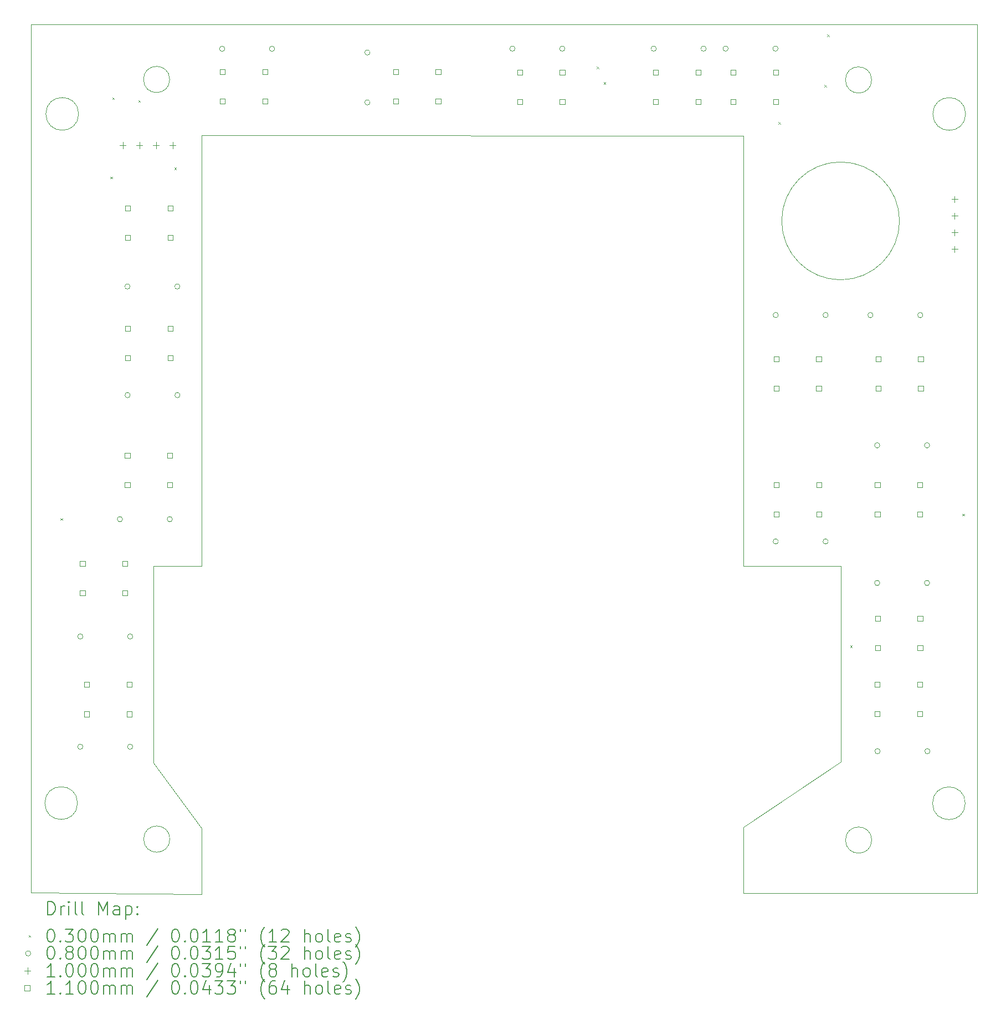
<source format=gbr>
%TF.GenerationSoftware,KiCad,Pcbnew,9.0.3*%
%TF.CreationDate,2025-07-25T01:46:42-06:00*%
%TF.ProjectId,ARC-210-Master-Board,4152432d-3231-4302-9d4d-61737465722d,rev?*%
%TF.SameCoordinates,Original*%
%TF.FileFunction,Drillmap*%
%TF.FilePolarity,Positive*%
%FSLAX45Y45*%
G04 Gerber Fmt 4.5, Leading zero omitted, Abs format (unit mm)*
G04 Created by KiCad (PCBNEW 9.0.3) date 2025-07-25 01:46:42*
%MOMM*%
%LPD*%
G01*
G04 APERTURE LIST*
%ADD10C,0.050000*%
%ADD11C,0.100000*%
%ADD12C,0.200000*%
%ADD13C,0.110000*%
G04 APERTURE END LIST*
D10*
X9901500Y-16067113D02*
X7295000Y-16044500D01*
X21756000Y-16054000D02*
X18181500Y-16057000D01*
X7295000Y-2787000D02*
X21756000Y-2786499D01*
X19678004Y-14047113D02*
X18181500Y-15048250D01*
X19678004Y-11057000D02*
X19678004Y-14047113D01*
X19194000Y-11057000D02*
X19678004Y-11057000D01*
X20145000Y-3634500D02*
G75*
G02*
X19745000Y-3634500I-200000J0D01*
G01*
X19745000Y-3634500D02*
G75*
G02*
X20145000Y-3634500I200000J0D01*
G01*
X8024000Y-4153000D02*
G75*
G02*
X7524000Y-4153000I-250000J0D01*
G01*
X7524000Y-4153000D02*
G75*
G02*
X8024000Y-4153000I250000J0D01*
G01*
X9166500Y-13187000D02*
X9166500Y-11057000D01*
X9166500Y-14064500D02*
X9902750Y-15065807D01*
X7295000Y-2787000D02*
X7295000Y-16044500D01*
X18181500Y-16057000D02*
X18181500Y-15048250D01*
D11*
X20571000Y-5787000D02*
G75*
G02*
X18771000Y-5787000I-900000J0D01*
G01*
X18771000Y-5787000D02*
G75*
G02*
X20571000Y-5787000I900000J0D01*
G01*
D10*
X21576000Y-14681000D02*
G75*
G02*
X21076000Y-14681000I-250000J0D01*
G01*
X21076000Y-14681000D02*
G75*
G02*
X21576000Y-14681000I250000J0D01*
G01*
X9906500Y-4479500D02*
X18186500Y-4487000D01*
X20146000Y-15243000D02*
G75*
G02*
X19746000Y-15243000I-200000J0D01*
G01*
X19746000Y-15243000D02*
G75*
G02*
X20146000Y-15243000I200000J0D01*
G01*
X21581000Y-4154000D02*
G75*
G02*
X21081000Y-4154000I-250000J0D01*
G01*
X21081000Y-4154000D02*
G75*
G02*
X21581000Y-4154000I250000J0D01*
G01*
X8008000Y-14678000D02*
G75*
G02*
X7508000Y-14678000I-250000J0D01*
G01*
X7508000Y-14678000D02*
G75*
G02*
X8008000Y-14678000I250000J0D01*
G01*
X9166500Y-13187000D02*
X9166500Y-14064500D01*
X9419000Y-15228000D02*
G75*
G02*
X9019000Y-15228000I-200000J0D01*
G01*
X9019000Y-15228000D02*
G75*
G02*
X9419000Y-15228000I200000J0D01*
G01*
X9901500Y-10667000D02*
X9906500Y-4479500D01*
X18181500Y-11062000D02*
X18181500Y-10667000D01*
X9907755Y-11057000D02*
X9901500Y-10667000D01*
X9907755Y-11057000D02*
X9166500Y-11057000D01*
X9416500Y-3627000D02*
G75*
G02*
X9016500Y-3627000I-200000J0D01*
G01*
X9016500Y-3627000D02*
G75*
G02*
X9416500Y-3627000I200000J0D01*
G01*
X21756000Y-2786499D02*
X21756000Y-16054000D01*
X9901500Y-16067113D02*
X9902750Y-15065807D01*
X18186500Y-4487000D02*
X18181500Y-10667000D01*
X19194000Y-11057000D02*
X18181500Y-11062000D01*
D12*
D11*
X7746000Y-10327000D02*
X7776000Y-10357000D01*
X7776000Y-10327000D02*
X7746000Y-10357000D01*
X8510000Y-5114000D02*
X8540000Y-5144000D01*
X8540000Y-5114000D02*
X8510000Y-5144000D01*
X8538000Y-3900000D02*
X8568000Y-3930000D01*
X8568000Y-3900000D02*
X8538000Y-3930000D01*
X8939000Y-3944948D02*
X8969000Y-3974948D01*
X8969000Y-3944948D02*
X8939000Y-3974948D01*
X9488000Y-4974000D02*
X9518000Y-5004000D01*
X9518000Y-4974000D02*
X9488000Y-5004000D01*
X15944000Y-3433000D02*
X15974000Y-3463000D01*
X15974000Y-3433000D02*
X15944000Y-3463000D01*
X16049000Y-3667000D02*
X16079000Y-3697000D01*
X16079000Y-3667000D02*
X16049000Y-3697000D01*
X18723000Y-4278000D02*
X18753000Y-4308000D01*
X18753000Y-4278000D02*
X18723000Y-4308000D01*
X19422000Y-3712000D02*
X19452000Y-3742000D01*
X19452000Y-3712000D02*
X19422000Y-3742000D01*
X19466000Y-2941000D02*
X19496000Y-2971000D01*
X19496000Y-2941000D02*
X19466000Y-2971000D01*
X19819000Y-12269000D02*
X19849000Y-12299000D01*
X19849000Y-12269000D02*
X19819000Y-12299000D01*
X21530000Y-10261000D02*
X21560000Y-10291000D01*
X21560000Y-10261000D02*
X21530000Y-10291000D01*
X8090000Y-12134000D02*
G75*
G02*
X8010000Y-12134000I-40000J0D01*
G01*
X8010000Y-12134000D02*
G75*
G02*
X8090000Y-12134000I40000J0D01*
G01*
X8090000Y-13817000D02*
G75*
G02*
X8010000Y-13817000I-40000J0D01*
G01*
X8010000Y-13817000D02*
G75*
G02*
X8090000Y-13817000I40000J0D01*
G01*
X8696000Y-10342000D02*
G75*
G02*
X8616000Y-10342000I-40000J0D01*
G01*
X8616000Y-10342000D02*
G75*
G02*
X8696000Y-10342000I40000J0D01*
G01*
X8810000Y-6788000D02*
G75*
G02*
X8730000Y-6788000I-40000J0D01*
G01*
X8730000Y-6788000D02*
G75*
G02*
X8810000Y-6788000I40000J0D01*
G01*
X8813000Y-8447000D02*
G75*
G02*
X8733000Y-8447000I-40000J0D01*
G01*
X8733000Y-8447000D02*
G75*
G02*
X8813000Y-8447000I40000J0D01*
G01*
X8852000Y-12134000D02*
G75*
G02*
X8772000Y-12134000I-40000J0D01*
G01*
X8772000Y-12134000D02*
G75*
G02*
X8852000Y-12134000I40000J0D01*
G01*
X8852000Y-13817000D02*
G75*
G02*
X8772000Y-13817000I-40000J0D01*
G01*
X8772000Y-13817000D02*
G75*
G02*
X8852000Y-13817000I40000J0D01*
G01*
X9458000Y-10342000D02*
G75*
G02*
X9378000Y-10342000I-40000J0D01*
G01*
X9378000Y-10342000D02*
G75*
G02*
X9458000Y-10342000I40000J0D01*
G01*
X9572000Y-6788000D02*
G75*
G02*
X9492000Y-6788000I-40000J0D01*
G01*
X9492000Y-6788000D02*
G75*
G02*
X9572000Y-6788000I40000J0D01*
G01*
X9575000Y-8447000D02*
G75*
G02*
X9495000Y-8447000I-40000J0D01*
G01*
X9495000Y-8447000D02*
G75*
G02*
X9575000Y-8447000I40000J0D01*
G01*
X10258000Y-3159000D02*
G75*
G02*
X10178000Y-3159000I-40000J0D01*
G01*
X10178000Y-3159000D02*
G75*
G02*
X10258000Y-3159000I40000J0D01*
G01*
X11020000Y-3159000D02*
G75*
G02*
X10940000Y-3159000I-40000J0D01*
G01*
X10940000Y-3159000D02*
G75*
G02*
X11020000Y-3159000I40000J0D01*
G01*
X12478000Y-3215000D02*
G75*
G02*
X12398000Y-3215000I-40000J0D01*
G01*
X12398000Y-3215000D02*
G75*
G02*
X12478000Y-3215000I40000J0D01*
G01*
X12478000Y-3977000D02*
G75*
G02*
X12398000Y-3977000I-40000J0D01*
G01*
X12398000Y-3977000D02*
G75*
G02*
X12478000Y-3977000I40000J0D01*
G01*
X14694000Y-3156000D02*
G75*
G02*
X14614000Y-3156000I-40000J0D01*
G01*
X14614000Y-3156000D02*
G75*
G02*
X14694000Y-3156000I40000J0D01*
G01*
X15456000Y-3156000D02*
G75*
G02*
X15376000Y-3156000I-40000J0D01*
G01*
X15376000Y-3156000D02*
G75*
G02*
X15456000Y-3156000I40000J0D01*
G01*
X16854000Y-3157000D02*
G75*
G02*
X16774000Y-3157000I-40000J0D01*
G01*
X16774000Y-3157000D02*
G75*
G02*
X16854000Y-3157000I40000J0D01*
G01*
X17616000Y-3157000D02*
G75*
G02*
X17536000Y-3157000I-40000J0D01*
G01*
X17536000Y-3157000D02*
G75*
G02*
X17616000Y-3157000I40000J0D01*
G01*
X17953000Y-3156000D02*
G75*
G02*
X17873000Y-3156000I-40000J0D01*
G01*
X17873000Y-3156000D02*
G75*
G02*
X17953000Y-3156000I40000J0D01*
G01*
X18715000Y-3156000D02*
G75*
G02*
X18635000Y-3156000I-40000J0D01*
G01*
X18635000Y-3156000D02*
G75*
G02*
X18715000Y-3156000I40000J0D01*
G01*
X18719000Y-7224000D02*
G75*
G02*
X18639000Y-7224000I-40000J0D01*
G01*
X18639000Y-7224000D02*
G75*
G02*
X18719000Y-7224000I40000J0D01*
G01*
X18719000Y-10682000D02*
G75*
G02*
X18639000Y-10682000I-40000J0D01*
G01*
X18639000Y-10682000D02*
G75*
G02*
X18719000Y-10682000I40000J0D01*
G01*
X19481000Y-7224000D02*
G75*
G02*
X19401000Y-7224000I-40000J0D01*
G01*
X19401000Y-7224000D02*
G75*
G02*
X19481000Y-7224000I40000J0D01*
G01*
X19481000Y-10682000D02*
G75*
G02*
X19401000Y-10682000I-40000J0D01*
G01*
X19401000Y-10682000D02*
G75*
G02*
X19481000Y-10682000I40000J0D01*
G01*
X20167000Y-7226000D02*
G75*
G02*
X20087000Y-7226000I-40000J0D01*
G01*
X20087000Y-7226000D02*
G75*
G02*
X20167000Y-7226000I40000J0D01*
G01*
X20270000Y-9215000D02*
G75*
G02*
X20190000Y-9215000I-40000J0D01*
G01*
X20190000Y-9215000D02*
G75*
G02*
X20270000Y-9215000I40000J0D01*
G01*
X20270000Y-11316000D02*
G75*
G02*
X20190000Y-11316000I-40000J0D01*
G01*
X20190000Y-11316000D02*
G75*
G02*
X20270000Y-11316000I40000J0D01*
G01*
X20275000Y-13885000D02*
G75*
G02*
X20195000Y-13885000I-40000J0D01*
G01*
X20195000Y-13885000D02*
G75*
G02*
X20275000Y-13885000I40000J0D01*
G01*
X20929000Y-7226000D02*
G75*
G02*
X20849000Y-7226000I-40000J0D01*
G01*
X20849000Y-7226000D02*
G75*
G02*
X20929000Y-7226000I40000J0D01*
G01*
X21032000Y-9215000D02*
G75*
G02*
X20952000Y-9215000I-40000J0D01*
G01*
X20952000Y-9215000D02*
G75*
G02*
X21032000Y-9215000I40000J0D01*
G01*
X21032000Y-11316000D02*
G75*
G02*
X20952000Y-11316000I-40000J0D01*
G01*
X20952000Y-11316000D02*
G75*
G02*
X21032000Y-11316000I40000J0D01*
G01*
X21037000Y-13885000D02*
G75*
G02*
X20957000Y-13885000I-40000J0D01*
G01*
X20957000Y-13885000D02*
G75*
G02*
X21037000Y-13885000I40000J0D01*
G01*
X8699000Y-4584000D02*
X8699000Y-4684000D01*
X8649000Y-4634000D02*
X8749000Y-4634000D01*
X8953000Y-4584000D02*
X8953000Y-4684000D01*
X8903000Y-4634000D02*
X9003000Y-4634000D01*
X9207000Y-4584000D02*
X9207000Y-4684000D01*
X9157000Y-4634000D02*
X9257000Y-4634000D01*
X9461000Y-4584000D02*
X9461000Y-4684000D01*
X9411000Y-4634000D02*
X9511000Y-4634000D01*
X21415000Y-5407000D02*
X21415000Y-5507000D01*
X21365000Y-5457000D02*
X21465000Y-5457000D01*
X21415000Y-5661000D02*
X21415000Y-5761000D01*
X21365000Y-5711000D02*
X21465000Y-5711000D01*
X21415000Y-5915000D02*
X21415000Y-6015000D01*
X21365000Y-5965000D02*
X21465000Y-5965000D01*
X21415000Y-6169000D02*
X21415000Y-6269000D01*
X21365000Y-6219000D02*
X21465000Y-6219000D01*
D13*
X8123891Y-11056891D02*
X8123891Y-10979109D01*
X8046109Y-10979109D01*
X8046109Y-11056891D01*
X8123891Y-11056891D01*
X8123891Y-11506891D02*
X8123891Y-11429109D01*
X8046109Y-11429109D01*
X8046109Y-11506891D01*
X8123891Y-11506891D01*
X8186891Y-12907891D02*
X8186891Y-12830109D01*
X8109109Y-12830109D01*
X8109109Y-12907891D01*
X8186891Y-12907891D01*
X8186891Y-13357891D02*
X8186891Y-13280109D01*
X8109109Y-13280109D01*
X8109109Y-13357891D01*
X8186891Y-13357891D01*
X8773891Y-11056891D02*
X8773891Y-10979109D01*
X8696109Y-10979109D01*
X8696109Y-11056891D01*
X8773891Y-11056891D01*
X8773891Y-11506891D02*
X8773891Y-11429109D01*
X8696109Y-11429109D01*
X8696109Y-11506891D01*
X8773891Y-11506891D01*
X8809891Y-9408891D02*
X8809891Y-9331109D01*
X8732109Y-9331109D01*
X8732109Y-9408891D01*
X8809891Y-9408891D01*
X8809891Y-9858891D02*
X8809891Y-9781109D01*
X8732109Y-9781109D01*
X8732109Y-9858891D01*
X8809891Y-9858891D01*
X8814891Y-5630891D02*
X8814891Y-5553109D01*
X8737109Y-5553109D01*
X8737109Y-5630891D01*
X8814891Y-5630891D01*
X8814891Y-6080891D02*
X8814891Y-6003109D01*
X8737109Y-6003109D01*
X8737109Y-6080891D01*
X8814891Y-6080891D01*
X8815891Y-7465891D02*
X8815891Y-7388109D01*
X8738109Y-7388109D01*
X8738109Y-7465891D01*
X8815891Y-7465891D01*
X8815891Y-7915891D02*
X8815891Y-7838109D01*
X8738109Y-7838109D01*
X8738109Y-7915891D01*
X8815891Y-7915891D01*
X8836891Y-12907891D02*
X8836891Y-12830109D01*
X8759109Y-12830109D01*
X8759109Y-12907891D01*
X8836891Y-12907891D01*
X8836891Y-13357891D02*
X8836891Y-13280109D01*
X8759109Y-13280109D01*
X8759109Y-13357891D01*
X8836891Y-13357891D01*
X9459891Y-9408891D02*
X9459891Y-9331109D01*
X9382109Y-9331109D01*
X9382109Y-9408891D01*
X9459891Y-9408891D01*
X9459891Y-9858891D02*
X9459891Y-9781109D01*
X9382109Y-9781109D01*
X9382109Y-9858891D01*
X9459891Y-9858891D01*
X9464891Y-5630891D02*
X9464891Y-5553109D01*
X9387109Y-5553109D01*
X9387109Y-5630891D01*
X9464891Y-5630891D01*
X9464891Y-6080891D02*
X9464891Y-6003109D01*
X9387109Y-6003109D01*
X9387109Y-6080891D01*
X9464891Y-6080891D01*
X9465891Y-7465891D02*
X9465891Y-7388109D01*
X9388109Y-7388109D01*
X9388109Y-7465891D01*
X9465891Y-7465891D01*
X9465891Y-7915891D02*
X9465891Y-7838109D01*
X9388109Y-7838109D01*
X9388109Y-7915891D01*
X9465891Y-7915891D01*
X10263891Y-3550891D02*
X10263891Y-3473109D01*
X10186109Y-3473109D01*
X10186109Y-3550891D01*
X10263891Y-3550891D01*
X10263891Y-4000891D02*
X10263891Y-3923109D01*
X10186109Y-3923109D01*
X10186109Y-4000891D01*
X10263891Y-4000891D01*
X10913891Y-3550891D02*
X10913891Y-3473109D01*
X10836109Y-3473109D01*
X10836109Y-3550891D01*
X10913891Y-3550891D01*
X10913891Y-4000891D02*
X10913891Y-3923109D01*
X10836109Y-3923109D01*
X10836109Y-4000891D01*
X10913891Y-4000891D01*
X12908891Y-3547891D02*
X12908891Y-3470109D01*
X12831109Y-3470109D01*
X12831109Y-3547891D01*
X12908891Y-3547891D01*
X12908891Y-3997891D02*
X12908891Y-3920109D01*
X12831109Y-3920109D01*
X12831109Y-3997891D01*
X12908891Y-3997891D01*
X13558891Y-3547891D02*
X13558891Y-3470109D01*
X13481109Y-3470109D01*
X13481109Y-3547891D01*
X13558891Y-3547891D01*
X13558891Y-3997891D02*
X13558891Y-3920109D01*
X13481109Y-3920109D01*
X13481109Y-3997891D01*
X13558891Y-3997891D01*
X14805891Y-3557891D02*
X14805891Y-3480109D01*
X14728109Y-3480109D01*
X14728109Y-3557891D01*
X14805891Y-3557891D01*
X14805891Y-4007891D02*
X14805891Y-3930109D01*
X14728109Y-3930109D01*
X14728109Y-4007891D01*
X14805891Y-4007891D01*
X15455891Y-3557891D02*
X15455891Y-3480109D01*
X15378109Y-3480109D01*
X15378109Y-3557891D01*
X15455891Y-3557891D01*
X15455891Y-4007891D02*
X15455891Y-3930109D01*
X15378109Y-3930109D01*
X15378109Y-4007891D01*
X15455891Y-4007891D01*
X16882891Y-3555891D02*
X16882891Y-3478109D01*
X16805109Y-3478109D01*
X16805109Y-3555891D01*
X16882891Y-3555891D01*
X16882891Y-4005891D02*
X16882891Y-3928109D01*
X16805109Y-3928109D01*
X16805109Y-4005891D01*
X16882891Y-4005891D01*
X17532891Y-3555891D02*
X17532891Y-3478109D01*
X17455109Y-3478109D01*
X17455109Y-3555891D01*
X17532891Y-3555891D01*
X17532891Y-4005891D02*
X17532891Y-3928109D01*
X17455109Y-3928109D01*
X17455109Y-4005891D01*
X17532891Y-4005891D01*
X18069891Y-3554891D02*
X18069891Y-3477109D01*
X17992109Y-3477109D01*
X17992109Y-3554891D01*
X18069891Y-3554891D01*
X18069891Y-4004891D02*
X18069891Y-3927109D01*
X17992109Y-3927109D01*
X17992109Y-4004891D01*
X18069891Y-4004891D01*
X18719891Y-3554891D02*
X18719891Y-3477109D01*
X18642109Y-3477109D01*
X18642109Y-3554891D01*
X18719891Y-3554891D01*
X18719891Y-4004891D02*
X18719891Y-3927109D01*
X18642109Y-3927109D01*
X18642109Y-4004891D01*
X18719891Y-4004891D01*
X18725391Y-7936891D02*
X18725391Y-7859109D01*
X18647609Y-7859109D01*
X18647609Y-7936891D01*
X18725391Y-7936891D01*
X18725391Y-8386891D02*
X18725391Y-8309109D01*
X18647609Y-8309109D01*
X18647609Y-8386891D01*
X18725391Y-8386891D01*
X18727891Y-9853891D02*
X18727891Y-9776109D01*
X18650109Y-9776109D01*
X18650109Y-9853891D01*
X18727891Y-9853891D01*
X18727891Y-10303891D02*
X18727891Y-10226109D01*
X18650109Y-10226109D01*
X18650109Y-10303891D01*
X18727891Y-10303891D01*
X19375391Y-7936891D02*
X19375391Y-7859109D01*
X19297609Y-7859109D01*
X19297609Y-7936891D01*
X19375391Y-7936891D01*
X19375391Y-8386891D02*
X19375391Y-8309109D01*
X19297609Y-8309109D01*
X19297609Y-8386891D01*
X19375391Y-8386891D01*
X19377891Y-9853891D02*
X19377891Y-9776109D01*
X19300109Y-9776109D01*
X19300109Y-9853891D01*
X19377891Y-9853891D01*
X19377891Y-10303891D02*
X19377891Y-10226109D01*
X19300109Y-10226109D01*
X19300109Y-10303891D01*
X19377891Y-10303891D01*
X20271891Y-12903891D02*
X20271891Y-12826109D01*
X20194109Y-12826109D01*
X20194109Y-12903891D01*
X20271891Y-12903891D01*
X20271891Y-13353891D02*
X20271891Y-13276109D01*
X20194109Y-13276109D01*
X20194109Y-13353891D01*
X20271891Y-13353891D01*
X20273891Y-9858891D02*
X20273891Y-9781109D01*
X20196109Y-9781109D01*
X20196109Y-9858891D01*
X20273891Y-9858891D01*
X20273891Y-10308891D02*
X20273891Y-10231109D01*
X20196109Y-10231109D01*
X20196109Y-10308891D01*
X20273891Y-10308891D01*
X20275891Y-11897891D02*
X20275891Y-11820109D01*
X20198109Y-11820109D01*
X20198109Y-11897891D01*
X20275891Y-11897891D01*
X20275891Y-12347891D02*
X20275891Y-12270109D01*
X20198109Y-12270109D01*
X20198109Y-12347891D01*
X20275891Y-12347891D01*
X20282891Y-7936891D02*
X20282891Y-7859109D01*
X20205109Y-7859109D01*
X20205109Y-7936891D01*
X20282891Y-7936891D01*
X20282891Y-8386891D02*
X20282891Y-8309109D01*
X20205109Y-8309109D01*
X20205109Y-8386891D01*
X20282891Y-8386891D01*
X20921891Y-12903891D02*
X20921891Y-12826109D01*
X20844109Y-12826109D01*
X20844109Y-12903891D01*
X20921891Y-12903891D01*
X20921891Y-13353891D02*
X20921891Y-13276109D01*
X20844109Y-13276109D01*
X20844109Y-13353891D01*
X20921891Y-13353891D01*
X20923891Y-9858891D02*
X20923891Y-9781109D01*
X20846109Y-9781109D01*
X20846109Y-9858891D01*
X20923891Y-9858891D01*
X20923891Y-10308891D02*
X20923891Y-10231109D01*
X20846109Y-10231109D01*
X20846109Y-10308891D01*
X20923891Y-10308891D01*
X20925891Y-11897891D02*
X20925891Y-11820109D01*
X20848109Y-11820109D01*
X20848109Y-11897891D01*
X20925891Y-11897891D01*
X20925891Y-12347891D02*
X20925891Y-12270109D01*
X20848109Y-12270109D01*
X20848109Y-12347891D01*
X20925891Y-12347891D01*
X20932891Y-7936891D02*
X20932891Y-7859109D01*
X20855109Y-7859109D01*
X20855109Y-7936891D01*
X20932891Y-7936891D01*
X20932891Y-8386891D02*
X20932891Y-8309109D01*
X20855109Y-8309109D01*
X20855109Y-8386891D01*
X20932891Y-8386891D01*
D12*
X7553277Y-16381097D02*
X7553277Y-16181097D01*
X7553277Y-16181097D02*
X7600896Y-16181097D01*
X7600896Y-16181097D02*
X7629467Y-16190621D01*
X7629467Y-16190621D02*
X7648515Y-16209669D01*
X7648515Y-16209669D02*
X7658039Y-16228716D01*
X7658039Y-16228716D02*
X7667562Y-16266811D01*
X7667562Y-16266811D02*
X7667562Y-16295383D01*
X7667562Y-16295383D02*
X7658039Y-16333478D01*
X7658039Y-16333478D02*
X7648515Y-16352526D01*
X7648515Y-16352526D02*
X7629467Y-16371573D01*
X7629467Y-16371573D02*
X7600896Y-16381097D01*
X7600896Y-16381097D02*
X7553277Y-16381097D01*
X7753277Y-16381097D02*
X7753277Y-16247764D01*
X7753277Y-16285859D02*
X7762801Y-16266811D01*
X7762801Y-16266811D02*
X7772324Y-16257288D01*
X7772324Y-16257288D02*
X7791372Y-16247764D01*
X7791372Y-16247764D02*
X7810420Y-16247764D01*
X7877086Y-16381097D02*
X7877086Y-16247764D01*
X7877086Y-16181097D02*
X7867562Y-16190621D01*
X7867562Y-16190621D02*
X7877086Y-16200145D01*
X7877086Y-16200145D02*
X7886610Y-16190621D01*
X7886610Y-16190621D02*
X7877086Y-16181097D01*
X7877086Y-16181097D02*
X7877086Y-16200145D01*
X8000896Y-16381097D02*
X7981848Y-16371573D01*
X7981848Y-16371573D02*
X7972324Y-16352526D01*
X7972324Y-16352526D02*
X7972324Y-16181097D01*
X8105658Y-16381097D02*
X8086610Y-16371573D01*
X8086610Y-16371573D02*
X8077086Y-16352526D01*
X8077086Y-16352526D02*
X8077086Y-16181097D01*
X8334229Y-16381097D02*
X8334229Y-16181097D01*
X8334229Y-16181097D02*
X8400896Y-16323954D01*
X8400896Y-16323954D02*
X8467563Y-16181097D01*
X8467563Y-16181097D02*
X8467563Y-16381097D01*
X8648515Y-16381097D02*
X8648515Y-16276335D01*
X8648515Y-16276335D02*
X8638991Y-16257288D01*
X8638991Y-16257288D02*
X8619944Y-16247764D01*
X8619944Y-16247764D02*
X8581848Y-16247764D01*
X8581848Y-16247764D02*
X8562801Y-16257288D01*
X8648515Y-16371573D02*
X8629467Y-16381097D01*
X8629467Y-16381097D02*
X8581848Y-16381097D01*
X8581848Y-16381097D02*
X8562801Y-16371573D01*
X8562801Y-16371573D02*
X8553277Y-16352526D01*
X8553277Y-16352526D02*
X8553277Y-16333478D01*
X8553277Y-16333478D02*
X8562801Y-16314430D01*
X8562801Y-16314430D02*
X8581848Y-16304907D01*
X8581848Y-16304907D02*
X8629467Y-16304907D01*
X8629467Y-16304907D02*
X8648515Y-16295383D01*
X8743753Y-16247764D02*
X8743753Y-16447764D01*
X8743753Y-16257288D02*
X8762801Y-16247764D01*
X8762801Y-16247764D02*
X8800896Y-16247764D01*
X8800896Y-16247764D02*
X8819944Y-16257288D01*
X8819944Y-16257288D02*
X8829467Y-16266811D01*
X8829467Y-16266811D02*
X8838991Y-16285859D01*
X8838991Y-16285859D02*
X8838991Y-16343002D01*
X8838991Y-16343002D02*
X8829467Y-16362049D01*
X8829467Y-16362049D02*
X8819944Y-16371573D01*
X8819944Y-16371573D02*
X8800896Y-16381097D01*
X8800896Y-16381097D02*
X8762801Y-16381097D01*
X8762801Y-16381097D02*
X8743753Y-16371573D01*
X8924705Y-16362049D02*
X8934229Y-16371573D01*
X8934229Y-16371573D02*
X8924705Y-16381097D01*
X8924705Y-16381097D02*
X8915182Y-16371573D01*
X8915182Y-16371573D02*
X8924705Y-16362049D01*
X8924705Y-16362049D02*
X8924705Y-16381097D01*
X8924705Y-16257288D02*
X8934229Y-16266811D01*
X8934229Y-16266811D02*
X8924705Y-16276335D01*
X8924705Y-16276335D02*
X8915182Y-16266811D01*
X8915182Y-16266811D02*
X8924705Y-16257288D01*
X8924705Y-16257288D02*
X8924705Y-16276335D01*
D11*
X7262500Y-16694613D02*
X7292500Y-16724613D01*
X7292500Y-16694613D02*
X7262500Y-16724613D01*
D12*
X7591372Y-16601097D02*
X7610420Y-16601097D01*
X7610420Y-16601097D02*
X7629467Y-16610621D01*
X7629467Y-16610621D02*
X7638991Y-16620145D01*
X7638991Y-16620145D02*
X7648515Y-16639192D01*
X7648515Y-16639192D02*
X7658039Y-16677288D01*
X7658039Y-16677288D02*
X7658039Y-16724907D01*
X7658039Y-16724907D02*
X7648515Y-16763002D01*
X7648515Y-16763002D02*
X7638991Y-16782050D01*
X7638991Y-16782050D02*
X7629467Y-16791573D01*
X7629467Y-16791573D02*
X7610420Y-16801097D01*
X7610420Y-16801097D02*
X7591372Y-16801097D01*
X7591372Y-16801097D02*
X7572324Y-16791573D01*
X7572324Y-16791573D02*
X7562801Y-16782050D01*
X7562801Y-16782050D02*
X7553277Y-16763002D01*
X7553277Y-16763002D02*
X7543753Y-16724907D01*
X7543753Y-16724907D02*
X7543753Y-16677288D01*
X7543753Y-16677288D02*
X7553277Y-16639192D01*
X7553277Y-16639192D02*
X7562801Y-16620145D01*
X7562801Y-16620145D02*
X7572324Y-16610621D01*
X7572324Y-16610621D02*
X7591372Y-16601097D01*
X7743753Y-16782050D02*
X7753277Y-16791573D01*
X7753277Y-16791573D02*
X7743753Y-16801097D01*
X7743753Y-16801097D02*
X7734229Y-16791573D01*
X7734229Y-16791573D02*
X7743753Y-16782050D01*
X7743753Y-16782050D02*
X7743753Y-16801097D01*
X7819943Y-16601097D02*
X7943753Y-16601097D01*
X7943753Y-16601097D02*
X7877086Y-16677288D01*
X7877086Y-16677288D02*
X7905658Y-16677288D01*
X7905658Y-16677288D02*
X7924705Y-16686811D01*
X7924705Y-16686811D02*
X7934229Y-16696335D01*
X7934229Y-16696335D02*
X7943753Y-16715383D01*
X7943753Y-16715383D02*
X7943753Y-16763002D01*
X7943753Y-16763002D02*
X7934229Y-16782050D01*
X7934229Y-16782050D02*
X7924705Y-16791573D01*
X7924705Y-16791573D02*
X7905658Y-16801097D01*
X7905658Y-16801097D02*
X7848515Y-16801097D01*
X7848515Y-16801097D02*
X7829467Y-16791573D01*
X7829467Y-16791573D02*
X7819943Y-16782050D01*
X8067562Y-16601097D02*
X8086610Y-16601097D01*
X8086610Y-16601097D02*
X8105658Y-16610621D01*
X8105658Y-16610621D02*
X8115182Y-16620145D01*
X8115182Y-16620145D02*
X8124705Y-16639192D01*
X8124705Y-16639192D02*
X8134229Y-16677288D01*
X8134229Y-16677288D02*
X8134229Y-16724907D01*
X8134229Y-16724907D02*
X8124705Y-16763002D01*
X8124705Y-16763002D02*
X8115182Y-16782050D01*
X8115182Y-16782050D02*
X8105658Y-16791573D01*
X8105658Y-16791573D02*
X8086610Y-16801097D01*
X8086610Y-16801097D02*
X8067562Y-16801097D01*
X8067562Y-16801097D02*
X8048515Y-16791573D01*
X8048515Y-16791573D02*
X8038991Y-16782050D01*
X8038991Y-16782050D02*
X8029467Y-16763002D01*
X8029467Y-16763002D02*
X8019943Y-16724907D01*
X8019943Y-16724907D02*
X8019943Y-16677288D01*
X8019943Y-16677288D02*
X8029467Y-16639192D01*
X8029467Y-16639192D02*
X8038991Y-16620145D01*
X8038991Y-16620145D02*
X8048515Y-16610621D01*
X8048515Y-16610621D02*
X8067562Y-16601097D01*
X8258039Y-16601097D02*
X8277086Y-16601097D01*
X8277086Y-16601097D02*
X8296134Y-16610621D01*
X8296134Y-16610621D02*
X8305658Y-16620145D01*
X8305658Y-16620145D02*
X8315182Y-16639192D01*
X8315182Y-16639192D02*
X8324705Y-16677288D01*
X8324705Y-16677288D02*
X8324705Y-16724907D01*
X8324705Y-16724907D02*
X8315182Y-16763002D01*
X8315182Y-16763002D02*
X8305658Y-16782050D01*
X8305658Y-16782050D02*
X8296134Y-16791573D01*
X8296134Y-16791573D02*
X8277086Y-16801097D01*
X8277086Y-16801097D02*
X8258039Y-16801097D01*
X8258039Y-16801097D02*
X8238991Y-16791573D01*
X8238991Y-16791573D02*
X8229467Y-16782050D01*
X8229467Y-16782050D02*
X8219943Y-16763002D01*
X8219943Y-16763002D02*
X8210420Y-16724907D01*
X8210420Y-16724907D02*
X8210420Y-16677288D01*
X8210420Y-16677288D02*
X8219943Y-16639192D01*
X8219943Y-16639192D02*
X8229467Y-16620145D01*
X8229467Y-16620145D02*
X8238991Y-16610621D01*
X8238991Y-16610621D02*
X8258039Y-16601097D01*
X8410420Y-16801097D02*
X8410420Y-16667764D01*
X8410420Y-16686811D02*
X8419944Y-16677288D01*
X8419944Y-16677288D02*
X8438991Y-16667764D01*
X8438991Y-16667764D02*
X8467563Y-16667764D01*
X8467563Y-16667764D02*
X8486610Y-16677288D01*
X8486610Y-16677288D02*
X8496134Y-16696335D01*
X8496134Y-16696335D02*
X8496134Y-16801097D01*
X8496134Y-16696335D02*
X8505658Y-16677288D01*
X8505658Y-16677288D02*
X8524705Y-16667764D01*
X8524705Y-16667764D02*
X8553277Y-16667764D01*
X8553277Y-16667764D02*
X8572325Y-16677288D01*
X8572325Y-16677288D02*
X8581848Y-16696335D01*
X8581848Y-16696335D02*
X8581848Y-16801097D01*
X8677086Y-16801097D02*
X8677086Y-16667764D01*
X8677086Y-16686811D02*
X8686610Y-16677288D01*
X8686610Y-16677288D02*
X8705658Y-16667764D01*
X8705658Y-16667764D02*
X8734229Y-16667764D01*
X8734229Y-16667764D02*
X8753277Y-16677288D01*
X8753277Y-16677288D02*
X8762801Y-16696335D01*
X8762801Y-16696335D02*
X8762801Y-16801097D01*
X8762801Y-16696335D02*
X8772325Y-16677288D01*
X8772325Y-16677288D02*
X8791372Y-16667764D01*
X8791372Y-16667764D02*
X8819944Y-16667764D01*
X8819944Y-16667764D02*
X8838991Y-16677288D01*
X8838991Y-16677288D02*
X8848515Y-16696335D01*
X8848515Y-16696335D02*
X8848515Y-16801097D01*
X9238991Y-16591573D02*
X9067563Y-16848716D01*
X9496134Y-16601097D02*
X9515182Y-16601097D01*
X9515182Y-16601097D02*
X9534229Y-16610621D01*
X9534229Y-16610621D02*
X9543753Y-16620145D01*
X9543753Y-16620145D02*
X9553277Y-16639192D01*
X9553277Y-16639192D02*
X9562801Y-16677288D01*
X9562801Y-16677288D02*
X9562801Y-16724907D01*
X9562801Y-16724907D02*
X9553277Y-16763002D01*
X9553277Y-16763002D02*
X9543753Y-16782050D01*
X9543753Y-16782050D02*
X9534229Y-16791573D01*
X9534229Y-16791573D02*
X9515182Y-16801097D01*
X9515182Y-16801097D02*
X9496134Y-16801097D01*
X9496134Y-16801097D02*
X9477087Y-16791573D01*
X9477087Y-16791573D02*
X9467563Y-16782050D01*
X9467563Y-16782050D02*
X9458039Y-16763002D01*
X9458039Y-16763002D02*
X9448515Y-16724907D01*
X9448515Y-16724907D02*
X9448515Y-16677288D01*
X9448515Y-16677288D02*
X9458039Y-16639192D01*
X9458039Y-16639192D02*
X9467563Y-16620145D01*
X9467563Y-16620145D02*
X9477087Y-16610621D01*
X9477087Y-16610621D02*
X9496134Y-16601097D01*
X9648515Y-16782050D02*
X9658039Y-16791573D01*
X9658039Y-16791573D02*
X9648515Y-16801097D01*
X9648515Y-16801097D02*
X9638991Y-16791573D01*
X9638991Y-16791573D02*
X9648515Y-16782050D01*
X9648515Y-16782050D02*
X9648515Y-16801097D01*
X9781848Y-16601097D02*
X9800896Y-16601097D01*
X9800896Y-16601097D02*
X9819944Y-16610621D01*
X9819944Y-16610621D02*
X9829468Y-16620145D01*
X9829468Y-16620145D02*
X9838991Y-16639192D01*
X9838991Y-16639192D02*
X9848515Y-16677288D01*
X9848515Y-16677288D02*
X9848515Y-16724907D01*
X9848515Y-16724907D02*
X9838991Y-16763002D01*
X9838991Y-16763002D02*
X9829468Y-16782050D01*
X9829468Y-16782050D02*
X9819944Y-16791573D01*
X9819944Y-16791573D02*
X9800896Y-16801097D01*
X9800896Y-16801097D02*
X9781848Y-16801097D01*
X9781848Y-16801097D02*
X9762801Y-16791573D01*
X9762801Y-16791573D02*
X9753277Y-16782050D01*
X9753277Y-16782050D02*
X9743753Y-16763002D01*
X9743753Y-16763002D02*
X9734229Y-16724907D01*
X9734229Y-16724907D02*
X9734229Y-16677288D01*
X9734229Y-16677288D02*
X9743753Y-16639192D01*
X9743753Y-16639192D02*
X9753277Y-16620145D01*
X9753277Y-16620145D02*
X9762801Y-16610621D01*
X9762801Y-16610621D02*
X9781848Y-16601097D01*
X10038991Y-16801097D02*
X9924706Y-16801097D01*
X9981848Y-16801097D02*
X9981848Y-16601097D01*
X9981848Y-16601097D02*
X9962801Y-16629669D01*
X9962801Y-16629669D02*
X9943753Y-16648716D01*
X9943753Y-16648716D02*
X9924706Y-16658240D01*
X10229468Y-16801097D02*
X10115182Y-16801097D01*
X10172325Y-16801097D02*
X10172325Y-16601097D01*
X10172325Y-16601097D02*
X10153277Y-16629669D01*
X10153277Y-16629669D02*
X10134229Y-16648716D01*
X10134229Y-16648716D02*
X10115182Y-16658240D01*
X10343753Y-16686811D02*
X10324706Y-16677288D01*
X10324706Y-16677288D02*
X10315182Y-16667764D01*
X10315182Y-16667764D02*
X10305658Y-16648716D01*
X10305658Y-16648716D02*
X10305658Y-16639192D01*
X10305658Y-16639192D02*
X10315182Y-16620145D01*
X10315182Y-16620145D02*
X10324706Y-16610621D01*
X10324706Y-16610621D02*
X10343753Y-16601097D01*
X10343753Y-16601097D02*
X10381849Y-16601097D01*
X10381849Y-16601097D02*
X10400896Y-16610621D01*
X10400896Y-16610621D02*
X10410420Y-16620145D01*
X10410420Y-16620145D02*
X10419944Y-16639192D01*
X10419944Y-16639192D02*
X10419944Y-16648716D01*
X10419944Y-16648716D02*
X10410420Y-16667764D01*
X10410420Y-16667764D02*
X10400896Y-16677288D01*
X10400896Y-16677288D02*
X10381849Y-16686811D01*
X10381849Y-16686811D02*
X10343753Y-16686811D01*
X10343753Y-16686811D02*
X10324706Y-16696335D01*
X10324706Y-16696335D02*
X10315182Y-16705859D01*
X10315182Y-16705859D02*
X10305658Y-16724907D01*
X10305658Y-16724907D02*
X10305658Y-16763002D01*
X10305658Y-16763002D02*
X10315182Y-16782050D01*
X10315182Y-16782050D02*
X10324706Y-16791573D01*
X10324706Y-16791573D02*
X10343753Y-16801097D01*
X10343753Y-16801097D02*
X10381849Y-16801097D01*
X10381849Y-16801097D02*
X10400896Y-16791573D01*
X10400896Y-16791573D02*
X10410420Y-16782050D01*
X10410420Y-16782050D02*
X10419944Y-16763002D01*
X10419944Y-16763002D02*
X10419944Y-16724907D01*
X10419944Y-16724907D02*
X10410420Y-16705859D01*
X10410420Y-16705859D02*
X10400896Y-16696335D01*
X10400896Y-16696335D02*
X10381849Y-16686811D01*
X10496134Y-16601097D02*
X10496134Y-16639192D01*
X10572325Y-16601097D02*
X10572325Y-16639192D01*
X10867563Y-16877288D02*
X10858039Y-16867764D01*
X10858039Y-16867764D02*
X10838991Y-16839192D01*
X10838991Y-16839192D02*
X10829468Y-16820145D01*
X10829468Y-16820145D02*
X10819944Y-16791573D01*
X10819944Y-16791573D02*
X10810420Y-16743954D01*
X10810420Y-16743954D02*
X10810420Y-16705859D01*
X10810420Y-16705859D02*
X10819944Y-16658240D01*
X10819944Y-16658240D02*
X10829468Y-16629669D01*
X10829468Y-16629669D02*
X10838991Y-16610621D01*
X10838991Y-16610621D02*
X10858039Y-16582049D01*
X10858039Y-16582049D02*
X10867563Y-16572526D01*
X11048515Y-16801097D02*
X10934230Y-16801097D01*
X10991372Y-16801097D02*
X10991372Y-16601097D01*
X10991372Y-16601097D02*
X10972325Y-16629669D01*
X10972325Y-16629669D02*
X10953277Y-16648716D01*
X10953277Y-16648716D02*
X10934230Y-16658240D01*
X11124706Y-16620145D02*
X11134230Y-16610621D01*
X11134230Y-16610621D02*
X11153277Y-16601097D01*
X11153277Y-16601097D02*
X11200896Y-16601097D01*
X11200896Y-16601097D02*
X11219944Y-16610621D01*
X11219944Y-16610621D02*
X11229468Y-16620145D01*
X11229468Y-16620145D02*
X11238991Y-16639192D01*
X11238991Y-16639192D02*
X11238991Y-16658240D01*
X11238991Y-16658240D02*
X11229468Y-16686811D01*
X11229468Y-16686811D02*
X11115182Y-16801097D01*
X11115182Y-16801097D02*
X11238991Y-16801097D01*
X11477087Y-16801097D02*
X11477087Y-16601097D01*
X11562801Y-16801097D02*
X11562801Y-16696335D01*
X11562801Y-16696335D02*
X11553277Y-16677288D01*
X11553277Y-16677288D02*
X11534230Y-16667764D01*
X11534230Y-16667764D02*
X11505658Y-16667764D01*
X11505658Y-16667764D02*
X11486610Y-16677288D01*
X11486610Y-16677288D02*
X11477087Y-16686811D01*
X11686610Y-16801097D02*
X11667563Y-16791573D01*
X11667563Y-16791573D02*
X11658039Y-16782050D01*
X11658039Y-16782050D02*
X11648515Y-16763002D01*
X11648515Y-16763002D02*
X11648515Y-16705859D01*
X11648515Y-16705859D02*
X11658039Y-16686811D01*
X11658039Y-16686811D02*
X11667563Y-16677288D01*
X11667563Y-16677288D02*
X11686610Y-16667764D01*
X11686610Y-16667764D02*
X11715182Y-16667764D01*
X11715182Y-16667764D02*
X11734230Y-16677288D01*
X11734230Y-16677288D02*
X11743753Y-16686811D01*
X11743753Y-16686811D02*
X11753277Y-16705859D01*
X11753277Y-16705859D02*
X11753277Y-16763002D01*
X11753277Y-16763002D02*
X11743753Y-16782050D01*
X11743753Y-16782050D02*
X11734230Y-16791573D01*
X11734230Y-16791573D02*
X11715182Y-16801097D01*
X11715182Y-16801097D02*
X11686610Y-16801097D01*
X11867563Y-16801097D02*
X11848515Y-16791573D01*
X11848515Y-16791573D02*
X11838991Y-16772526D01*
X11838991Y-16772526D02*
X11838991Y-16601097D01*
X12019944Y-16791573D02*
X12000896Y-16801097D01*
X12000896Y-16801097D02*
X11962801Y-16801097D01*
X11962801Y-16801097D02*
X11943753Y-16791573D01*
X11943753Y-16791573D02*
X11934230Y-16772526D01*
X11934230Y-16772526D02*
X11934230Y-16696335D01*
X11934230Y-16696335D02*
X11943753Y-16677288D01*
X11943753Y-16677288D02*
X11962801Y-16667764D01*
X11962801Y-16667764D02*
X12000896Y-16667764D01*
X12000896Y-16667764D02*
X12019944Y-16677288D01*
X12019944Y-16677288D02*
X12029468Y-16696335D01*
X12029468Y-16696335D02*
X12029468Y-16715383D01*
X12029468Y-16715383D02*
X11934230Y-16734430D01*
X12105658Y-16791573D02*
X12124706Y-16801097D01*
X12124706Y-16801097D02*
X12162801Y-16801097D01*
X12162801Y-16801097D02*
X12181849Y-16791573D01*
X12181849Y-16791573D02*
X12191372Y-16772526D01*
X12191372Y-16772526D02*
X12191372Y-16763002D01*
X12191372Y-16763002D02*
X12181849Y-16743954D01*
X12181849Y-16743954D02*
X12162801Y-16734430D01*
X12162801Y-16734430D02*
X12134230Y-16734430D01*
X12134230Y-16734430D02*
X12115182Y-16724907D01*
X12115182Y-16724907D02*
X12105658Y-16705859D01*
X12105658Y-16705859D02*
X12105658Y-16696335D01*
X12105658Y-16696335D02*
X12115182Y-16677288D01*
X12115182Y-16677288D02*
X12134230Y-16667764D01*
X12134230Y-16667764D02*
X12162801Y-16667764D01*
X12162801Y-16667764D02*
X12181849Y-16677288D01*
X12258039Y-16877288D02*
X12267563Y-16867764D01*
X12267563Y-16867764D02*
X12286611Y-16839192D01*
X12286611Y-16839192D02*
X12296134Y-16820145D01*
X12296134Y-16820145D02*
X12305658Y-16791573D01*
X12305658Y-16791573D02*
X12315182Y-16743954D01*
X12315182Y-16743954D02*
X12315182Y-16705859D01*
X12315182Y-16705859D02*
X12305658Y-16658240D01*
X12305658Y-16658240D02*
X12296134Y-16629669D01*
X12296134Y-16629669D02*
X12286611Y-16610621D01*
X12286611Y-16610621D02*
X12267563Y-16582049D01*
X12267563Y-16582049D02*
X12258039Y-16572526D01*
D11*
X7292500Y-16973613D02*
G75*
G02*
X7212500Y-16973613I-40000J0D01*
G01*
X7212500Y-16973613D02*
G75*
G02*
X7292500Y-16973613I40000J0D01*
G01*
D12*
X7591372Y-16865097D02*
X7610420Y-16865097D01*
X7610420Y-16865097D02*
X7629467Y-16874621D01*
X7629467Y-16874621D02*
X7638991Y-16884145D01*
X7638991Y-16884145D02*
X7648515Y-16903192D01*
X7648515Y-16903192D02*
X7658039Y-16941288D01*
X7658039Y-16941288D02*
X7658039Y-16988907D01*
X7658039Y-16988907D02*
X7648515Y-17027002D01*
X7648515Y-17027002D02*
X7638991Y-17046050D01*
X7638991Y-17046050D02*
X7629467Y-17055573D01*
X7629467Y-17055573D02*
X7610420Y-17065097D01*
X7610420Y-17065097D02*
X7591372Y-17065097D01*
X7591372Y-17065097D02*
X7572324Y-17055573D01*
X7572324Y-17055573D02*
X7562801Y-17046050D01*
X7562801Y-17046050D02*
X7553277Y-17027002D01*
X7553277Y-17027002D02*
X7543753Y-16988907D01*
X7543753Y-16988907D02*
X7543753Y-16941288D01*
X7543753Y-16941288D02*
X7553277Y-16903192D01*
X7553277Y-16903192D02*
X7562801Y-16884145D01*
X7562801Y-16884145D02*
X7572324Y-16874621D01*
X7572324Y-16874621D02*
X7591372Y-16865097D01*
X7743753Y-17046050D02*
X7753277Y-17055573D01*
X7753277Y-17055573D02*
X7743753Y-17065097D01*
X7743753Y-17065097D02*
X7734229Y-17055573D01*
X7734229Y-17055573D02*
X7743753Y-17046050D01*
X7743753Y-17046050D02*
X7743753Y-17065097D01*
X7867562Y-16950811D02*
X7848515Y-16941288D01*
X7848515Y-16941288D02*
X7838991Y-16931764D01*
X7838991Y-16931764D02*
X7829467Y-16912716D01*
X7829467Y-16912716D02*
X7829467Y-16903192D01*
X7829467Y-16903192D02*
X7838991Y-16884145D01*
X7838991Y-16884145D02*
X7848515Y-16874621D01*
X7848515Y-16874621D02*
X7867562Y-16865097D01*
X7867562Y-16865097D02*
X7905658Y-16865097D01*
X7905658Y-16865097D02*
X7924705Y-16874621D01*
X7924705Y-16874621D02*
X7934229Y-16884145D01*
X7934229Y-16884145D02*
X7943753Y-16903192D01*
X7943753Y-16903192D02*
X7943753Y-16912716D01*
X7943753Y-16912716D02*
X7934229Y-16931764D01*
X7934229Y-16931764D02*
X7924705Y-16941288D01*
X7924705Y-16941288D02*
X7905658Y-16950811D01*
X7905658Y-16950811D02*
X7867562Y-16950811D01*
X7867562Y-16950811D02*
X7848515Y-16960335D01*
X7848515Y-16960335D02*
X7838991Y-16969859D01*
X7838991Y-16969859D02*
X7829467Y-16988907D01*
X7829467Y-16988907D02*
X7829467Y-17027002D01*
X7829467Y-17027002D02*
X7838991Y-17046050D01*
X7838991Y-17046050D02*
X7848515Y-17055573D01*
X7848515Y-17055573D02*
X7867562Y-17065097D01*
X7867562Y-17065097D02*
X7905658Y-17065097D01*
X7905658Y-17065097D02*
X7924705Y-17055573D01*
X7924705Y-17055573D02*
X7934229Y-17046050D01*
X7934229Y-17046050D02*
X7943753Y-17027002D01*
X7943753Y-17027002D02*
X7943753Y-16988907D01*
X7943753Y-16988907D02*
X7934229Y-16969859D01*
X7934229Y-16969859D02*
X7924705Y-16960335D01*
X7924705Y-16960335D02*
X7905658Y-16950811D01*
X8067562Y-16865097D02*
X8086610Y-16865097D01*
X8086610Y-16865097D02*
X8105658Y-16874621D01*
X8105658Y-16874621D02*
X8115182Y-16884145D01*
X8115182Y-16884145D02*
X8124705Y-16903192D01*
X8124705Y-16903192D02*
X8134229Y-16941288D01*
X8134229Y-16941288D02*
X8134229Y-16988907D01*
X8134229Y-16988907D02*
X8124705Y-17027002D01*
X8124705Y-17027002D02*
X8115182Y-17046050D01*
X8115182Y-17046050D02*
X8105658Y-17055573D01*
X8105658Y-17055573D02*
X8086610Y-17065097D01*
X8086610Y-17065097D02*
X8067562Y-17065097D01*
X8067562Y-17065097D02*
X8048515Y-17055573D01*
X8048515Y-17055573D02*
X8038991Y-17046050D01*
X8038991Y-17046050D02*
X8029467Y-17027002D01*
X8029467Y-17027002D02*
X8019943Y-16988907D01*
X8019943Y-16988907D02*
X8019943Y-16941288D01*
X8019943Y-16941288D02*
X8029467Y-16903192D01*
X8029467Y-16903192D02*
X8038991Y-16884145D01*
X8038991Y-16884145D02*
X8048515Y-16874621D01*
X8048515Y-16874621D02*
X8067562Y-16865097D01*
X8258039Y-16865097D02*
X8277086Y-16865097D01*
X8277086Y-16865097D02*
X8296134Y-16874621D01*
X8296134Y-16874621D02*
X8305658Y-16884145D01*
X8305658Y-16884145D02*
X8315182Y-16903192D01*
X8315182Y-16903192D02*
X8324705Y-16941288D01*
X8324705Y-16941288D02*
X8324705Y-16988907D01*
X8324705Y-16988907D02*
X8315182Y-17027002D01*
X8315182Y-17027002D02*
X8305658Y-17046050D01*
X8305658Y-17046050D02*
X8296134Y-17055573D01*
X8296134Y-17055573D02*
X8277086Y-17065097D01*
X8277086Y-17065097D02*
X8258039Y-17065097D01*
X8258039Y-17065097D02*
X8238991Y-17055573D01*
X8238991Y-17055573D02*
X8229467Y-17046050D01*
X8229467Y-17046050D02*
X8219943Y-17027002D01*
X8219943Y-17027002D02*
X8210420Y-16988907D01*
X8210420Y-16988907D02*
X8210420Y-16941288D01*
X8210420Y-16941288D02*
X8219943Y-16903192D01*
X8219943Y-16903192D02*
X8229467Y-16884145D01*
X8229467Y-16884145D02*
X8238991Y-16874621D01*
X8238991Y-16874621D02*
X8258039Y-16865097D01*
X8410420Y-17065097D02*
X8410420Y-16931764D01*
X8410420Y-16950811D02*
X8419944Y-16941288D01*
X8419944Y-16941288D02*
X8438991Y-16931764D01*
X8438991Y-16931764D02*
X8467563Y-16931764D01*
X8467563Y-16931764D02*
X8486610Y-16941288D01*
X8486610Y-16941288D02*
X8496134Y-16960335D01*
X8496134Y-16960335D02*
X8496134Y-17065097D01*
X8496134Y-16960335D02*
X8505658Y-16941288D01*
X8505658Y-16941288D02*
X8524705Y-16931764D01*
X8524705Y-16931764D02*
X8553277Y-16931764D01*
X8553277Y-16931764D02*
X8572325Y-16941288D01*
X8572325Y-16941288D02*
X8581848Y-16960335D01*
X8581848Y-16960335D02*
X8581848Y-17065097D01*
X8677086Y-17065097D02*
X8677086Y-16931764D01*
X8677086Y-16950811D02*
X8686610Y-16941288D01*
X8686610Y-16941288D02*
X8705658Y-16931764D01*
X8705658Y-16931764D02*
X8734229Y-16931764D01*
X8734229Y-16931764D02*
X8753277Y-16941288D01*
X8753277Y-16941288D02*
X8762801Y-16960335D01*
X8762801Y-16960335D02*
X8762801Y-17065097D01*
X8762801Y-16960335D02*
X8772325Y-16941288D01*
X8772325Y-16941288D02*
X8791372Y-16931764D01*
X8791372Y-16931764D02*
X8819944Y-16931764D01*
X8819944Y-16931764D02*
X8838991Y-16941288D01*
X8838991Y-16941288D02*
X8848515Y-16960335D01*
X8848515Y-16960335D02*
X8848515Y-17065097D01*
X9238991Y-16855573D02*
X9067563Y-17112716D01*
X9496134Y-16865097D02*
X9515182Y-16865097D01*
X9515182Y-16865097D02*
X9534229Y-16874621D01*
X9534229Y-16874621D02*
X9543753Y-16884145D01*
X9543753Y-16884145D02*
X9553277Y-16903192D01*
X9553277Y-16903192D02*
X9562801Y-16941288D01*
X9562801Y-16941288D02*
X9562801Y-16988907D01*
X9562801Y-16988907D02*
X9553277Y-17027002D01*
X9553277Y-17027002D02*
X9543753Y-17046050D01*
X9543753Y-17046050D02*
X9534229Y-17055573D01*
X9534229Y-17055573D02*
X9515182Y-17065097D01*
X9515182Y-17065097D02*
X9496134Y-17065097D01*
X9496134Y-17065097D02*
X9477087Y-17055573D01*
X9477087Y-17055573D02*
X9467563Y-17046050D01*
X9467563Y-17046050D02*
X9458039Y-17027002D01*
X9458039Y-17027002D02*
X9448515Y-16988907D01*
X9448515Y-16988907D02*
X9448515Y-16941288D01*
X9448515Y-16941288D02*
X9458039Y-16903192D01*
X9458039Y-16903192D02*
X9467563Y-16884145D01*
X9467563Y-16884145D02*
X9477087Y-16874621D01*
X9477087Y-16874621D02*
X9496134Y-16865097D01*
X9648515Y-17046050D02*
X9658039Y-17055573D01*
X9658039Y-17055573D02*
X9648515Y-17065097D01*
X9648515Y-17065097D02*
X9638991Y-17055573D01*
X9638991Y-17055573D02*
X9648515Y-17046050D01*
X9648515Y-17046050D02*
X9648515Y-17065097D01*
X9781848Y-16865097D02*
X9800896Y-16865097D01*
X9800896Y-16865097D02*
X9819944Y-16874621D01*
X9819944Y-16874621D02*
X9829468Y-16884145D01*
X9829468Y-16884145D02*
X9838991Y-16903192D01*
X9838991Y-16903192D02*
X9848515Y-16941288D01*
X9848515Y-16941288D02*
X9848515Y-16988907D01*
X9848515Y-16988907D02*
X9838991Y-17027002D01*
X9838991Y-17027002D02*
X9829468Y-17046050D01*
X9829468Y-17046050D02*
X9819944Y-17055573D01*
X9819944Y-17055573D02*
X9800896Y-17065097D01*
X9800896Y-17065097D02*
X9781848Y-17065097D01*
X9781848Y-17065097D02*
X9762801Y-17055573D01*
X9762801Y-17055573D02*
X9753277Y-17046050D01*
X9753277Y-17046050D02*
X9743753Y-17027002D01*
X9743753Y-17027002D02*
X9734229Y-16988907D01*
X9734229Y-16988907D02*
X9734229Y-16941288D01*
X9734229Y-16941288D02*
X9743753Y-16903192D01*
X9743753Y-16903192D02*
X9753277Y-16884145D01*
X9753277Y-16884145D02*
X9762801Y-16874621D01*
X9762801Y-16874621D02*
X9781848Y-16865097D01*
X9915182Y-16865097D02*
X10038991Y-16865097D01*
X10038991Y-16865097D02*
X9972325Y-16941288D01*
X9972325Y-16941288D02*
X10000896Y-16941288D01*
X10000896Y-16941288D02*
X10019944Y-16950811D01*
X10019944Y-16950811D02*
X10029468Y-16960335D01*
X10029468Y-16960335D02*
X10038991Y-16979383D01*
X10038991Y-16979383D02*
X10038991Y-17027002D01*
X10038991Y-17027002D02*
X10029468Y-17046050D01*
X10029468Y-17046050D02*
X10019944Y-17055573D01*
X10019944Y-17055573D02*
X10000896Y-17065097D01*
X10000896Y-17065097D02*
X9943753Y-17065097D01*
X9943753Y-17065097D02*
X9924706Y-17055573D01*
X9924706Y-17055573D02*
X9915182Y-17046050D01*
X10229468Y-17065097D02*
X10115182Y-17065097D01*
X10172325Y-17065097D02*
X10172325Y-16865097D01*
X10172325Y-16865097D02*
X10153277Y-16893669D01*
X10153277Y-16893669D02*
X10134229Y-16912716D01*
X10134229Y-16912716D02*
X10115182Y-16922240D01*
X10410420Y-16865097D02*
X10315182Y-16865097D01*
X10315182Y-16865097D02*
X10305658Y-16960335D01*
X10305658Y-16960335D02*
X10315182Y-16950811D01*
X10315182Y-16950811D02*
X10334229Y-16941288D01*
X10334229Y-16941288D02*
X10381849Y-16941288D01*
X10381849Y-16941288D02*
X10400896Y-16950811D01*
X10400896Y-16950811D02*
X10410420Y-16960335D01*
X10410420Y-16960335D02*
X10419944Y-16979383D01*
X10419944Y-16979383D02*
X10419944Y-17027002D01*
X10419944Y-17027002D02*
X10410420Y-17046050D01*
X10410420Y-17046050D02*
X10400896Y-17055573D01*
X10400896Y-17055573D02*
X10381849Y-17065097D01*
X10381849Y-17065097D02*
X10334229Y-17065097D01*
X10334229Y-17065097D02*
X10315182Y-17055573D01*
X10315182Y-17055573D02*
X10305658Y-17046050D01*
X10496134Y-16865097D02*
X10496134Y-16903192D01*
X10572325Y-16865097D02*
X10572325Y-16903192D01*
X10867563Y-17141288D02*
X10858039Y-17131764D01*
X10858039Y-17131764D02*
X10838991Y-17103192D01*
X10838991Y-17103192D02*
X10829468Y-17084145D01*
X10829468Y-17084145D02*
X10819944Y-17055573D01*
X10819944Y-17055573D02*
X10810420Y-17007954D01*
X10810420Y-17007954D02*
X10810420Y-16969859D01*
X10810420Y-16969859D02*
X10819944Y-16922240D01*
X10819944Y-16922240D02*
X10829468Y-16893669D01*
X10829468Y-16893669D02*
X10838991Y-16874621D01*
X10838991Y-16874621D02*
X10858039Y-16846050D01*
X10858039Y-16846050D02*
X10867563Y-16836526D01*
X10924706Y-16865097D02*
X11048515Y-16865097D01*
X11048515Y-16865097D02*
X10981849Y-16941288D01*
X10981849Y-16941288D02*
X11010420Y-16941288D01*
X11010420Y-16941288D02*
X11029468Y-16950811D01*
X11029468Y-16950811D02*
X11038991Y-16960335D01*
X11038991Y-16960335D02*
X11048515Y-16979383D01*
X11048515Y-16979383D02*
X11048515Y-17027002D01*
X11048515Y-17027002D02*
X11038991Y-17046050D01*
X11038991Y-17046050D02*
X11029468Y-17055573D01*
X11029468Y-17055573D02*
X11010420Y-17065097D01*
X11010420Y-17065097D02*
X10953277Y-17065097D01*
X10953277Y-17065097D02*
X10934230Y-17055573D01*
X10934230Y-17055573D02*
X10924706Y-17046050D01*
X11124706Y-16884145D02*
X11134230Y-16874621D01*
X11134230Y-16874621D02*
X11153277Y-16865097D01*
X11153277Y-16865097D02*
X11200896Y-16865097D01*
X11200896Y-16865097D02*
X11219944Y-16874621D01*
X11219944Y-16874621D02*
X11229468Y-16884145D01*
X11229468Y-16884145D02*
X11238991Y-16903192D01*
X11238991Y-16903192D02*
X11238991Y-16922240D01*
X11238991Y-16922240D02*
X11229468Y-16950811D01*
X11229468Y-16950811D02*
X11115182Y-17065097D01*
X11115182Y-17065097D02*
X11238991Y-17065097D01*
X11477087Y-17065097D02*
X11477087Y-16865097D01*
X11562801Y-17065097D02*
X11562801Y-16960335D01*
X11562801Y-16960335D02*
X11553277Y-16941288D01*
X11553277Y-16941288D02*
X11534230Y-16931764D01*
X11534230Y-16931764D02*
X11505658Y-16931764D01*
X11505658Y-16931764D02*
X11486610Y-16941288D01*
X11486610Y-16941288D02*
X11477087Y-16950811D01*
X11686610Y-17065097D02*
X11667563Y-17055573D01*
X11667563Y-17055573D02*
X11658039Y-17046050D01*
X11658039Y-17046050D02*
X11648515Y-17027002D01*
X11648515Y-17027002D02*
X11648515Y-16969859D01*
X11648515Y-16969859D02*
X11658039Y-16950811D01*
X11658039Y-16950811D02*
X11667563Y-16941288D01*
X11667563Y-16941288D02*
X11686610Y-16931764D01*
X11686610Y-16931764D02*
X11715182Y-16931764D01*
X11715182Y-16931764D02*
X11734230Y-16941288D01*
X11734230Y-16941288D02*
X11743753Y-16950811D01*
X11743753Y-16950811D02*
X11753277Y-16969859D01*
X11753277Y-16969859D02*
X11753277Y-17027002D01*
X11753277Y-17027002D02*
X11743753Y-17046050D01*
X11743753Y-17046050D02*
X11734230Y-17055573D01*
X11734230Y-17055573D02*
X11715182Y-17065097D01*
X11715182Y-17065097D02*
X11686610Y-17065097D01*
X11867563Y-17065097D02*
X11848515Y-17055573D01*
X11848515Y-17055573D02*
X11838991Y-17036526D01*
X11838991Y-17036526D02*
X11838991Y-16865097D01*
X12019944Y-17055573D02*
X12000896Y-17065097D01*
X12000896Y-17065097D02*
X11962801Y-17065097D01*
X11962801Y-17065097D02*
X11943753Y-17055573D01*
X11943753Y-17055573D02*
X11934230Y-17036526D01*
X11934230Y-17036526D02*
X11934230Y-16960335D01*
X11934230Y-16960335D02*
X11943753Y-16941288D01*
X11943753Y-16941288D02*
X11962801Y-16931764D01*
X11962801Y-16931764D02*
X12000896Y-16931764D01*
X12000896Y-16931764D02*
X12019944Y-16941288D01*
X12019944Y-16941288D02*
X12029468Y-16960335D01*
X12029468Y-16960335D02*
X12029468Y-16979383D01*
X12029468Y-16979383D02*
X11934230Y-16998431D01*
X12105658Y-17055573D02*
X12124706Y-17065097D01*
X12124706Y-17065097D02*
X12162801Y-17065097D01*
X12162801Y-17065097D02*
X12181849Y-17055573D01*
X12181849Y-17055573D02*
X12191372Y-17036526D01*
X12191372Y-17036526D02*
X12191372Y-17027002D01*
X12191372Y-17027002D02*
X12181849Y-17007954D01*
X12181849Y-17007954D02*
X12162801Y-16998431D01*
X12162801Y-16998431D02*
X12134230Y-16998431D01*
X12134230Y-16998431D02*
X12115182Y-16988907D01*
X12115182Y-16988907D02*
X12105658Y-16969859D01*
X12105658Y-16969859D02*
X12105658Y-16960335D01*
X12105658Y-16960335D02*
X12115182Y-16941288D01*
X12115182Y-16941288D02*
X12134230Y-16931764D01*
X12134230Y-16931764D02*
X12162801Y-16931764D01*
X12162801Y-16931764D02*
X12181849Y-16941288D01*
X12258039Y-17141288D02*
X12267563Y-17131764D01*
X12267563Y-17131764D02*
X12286611Y-17103192D01*
X12286611Y-17103192D02*
X12296134Y-17084145D01*
X12296134Y-17084145D02*
X12305658Y-17055573D01*
X12305658Y-17055573D02*
X12315182Y-17007954D01*
X12315182Y-17007954D02*
X12315182Y-16969859D01*
X12315182Y-16969859D02*
X12305658Y-16922240D01*
X12305658Y-16922240D02*
X12296134Y-16893669D01*
X12296134Y-16893669D02*
X12286611Y-16874621D01*
X12286611Y-16874621D02*
X12267563Y-16846050D01*
X12267563Y-16846050D02*
X12258039Y-16836526D01*
D11*
X7242500Y-17187613D02*
X7242500Y-17287613D01*
X7192500Y-17237613D02*
X7292500Y-17237613D01*
D12*
X7658039Y-17329097D02*
X7543753Y-17329097D01*
X7600896Y-17329097D02*
X7600896Y-17129097D01*
X7600896Y-17129097D02*
X7581848Y-17157669D01*
X7581848Y-17157669D02*
X7562801Y-17176716D01*
X7562801Y-17176716D02*
X7543753Y-17186240D01*
X7743753Y-17310050D02*
X7753277Y-17319573D01*
X7753277Y-17319573D02*
X7743753Y-17329097D01*
X7743753Y-17329097D02*
X7734229Y-17319573D01*
X7734229Y-17319573D02*
X7743753Y-17310050D01*
X7743753Y-17310050D02*
X7743753Y-17329097D01*
X7877086Y-17129097D02*
X7896134Y-17129097D01*
X7896134Y-17129097D02*
X7915182Y-17138621D01*
X7915182Y-17138621D02*
X7924705Y-17148145D01*
X7924705Y-17148145D02*
X7934229Y-17167192D01*
X7934229Y-17167192D02*
X7943753Y-17205288D01*
X7943753Y-17205288D02*
X7943753Y-17252907D01*
X7943753Y-17252907D02*
X7934229Y-17291002D01*
X7934229Y-17291002D02*
X7924705Y-17310050D01*
X7924705Y-17310050D02*
X7915182Y-17319573D01*
X7915182Y-17319573D02*
X7896134Y-17329097D01*
X7896134Y-17329097D02*
X7877086Y-17329097D01*
X7877086Y-17329097D02*
X7858039Y-17319573D01*
X7858039Y-17319573D02*
X7848515Y-17310050D01*
X7848515Y-17310050D02*
X7838991Y-17291002D01*
X7838991Y-17291002D02*
X7829467Y-17252907D01*
X7829467Y-17252907D02*
X7829467Y-17205288D01*
X7829467Y-17205288D02*
X7838991Y-17167192D01*
X7838991Y-17167192D02*
X7848515Y-17148145D01*
X7848515Y-17148145D02*
X7858039Y-17138621D01*
X7858039Y-17138621D02*
X7877086Y-17129097D01*
X8067562Y-17129097D02*
X8086610Y-17129097D01*
X8086610Y-17129097D02*
X8105658Y-17138621D01*
X8105658Y-17138621D02*
X8115182Y-17148145D01*
X8115182Y-17148145D02*
X8124705Y-17167192D01*
X8124705Y-17167192D02*
X8134229Y-17205288D01*
X8134229Y-17205288D02*
X8134229Y-17252907D01*
X8134229Y-17252907D02*
X8124705Y-17291002D01*
X8124705Y-17291002D02*
X8115182Y-17310050D01*
X8115182Y-17310050D02*
X8105658Y-17319573D01*
X8105658Y-17319573D02*
X8086610Y-17329097D01*
X8086610Y-17329097D02*
X8067562Y-17329097D01*
X8067562Y-17329097D02*
X8048515Y-17319573D01*
X8048515Y-17319573D02*
X8038991Y-17310050D01*
X8038991Y-17310050D02*
X8029467Y-17291002D01*
X8029467Y-17291002D02*
X8019943Y-17252907D01*
X8019943Y-17252907D02*
X8019943Y-17205288D01*
X8019943Y-17205288D02*
X8029467Y-17167192D01*
X8029467Y-17167192D02*
X8038991Y-17148145D01*
X8038991Y-17148145D02*
X8048515Y-17138621D01*
X8048515Y-17138621D02*
X8067562Y-17129097D01*
X8258039Y-17129097D02*
X8277086Y-17129097D01*
X8277086Y-17129097D02*
X8296134Y-17138621D01*
X8296134Y-17138621D02*
X8305658Y-17148145D01*
X8305658Y-17148145D02*
X8315182Y-17167192D01*
X8315182Y-17167192D02*
X8324705Y-17205288D01*
X8324705Y-17205288D02*
X8324705Y-17252907D01*
X8324705Y-17252907D02*
X8315182Y-17291002D01*
X8315182Y-17291002D02*
X8305658Y-17310050D01*
X8305658Y-17310050D02*
X8296134Y-17319573D01*
X8296134Y-17319573D02*
X8277086Y-17329097D01*
X8277086Y-17329097D02*
X8258039Y-17329097D01*
X8258039Y-17329097D02*
X8238991Y-17319573D01*
X8238991Y-17319573D02*
X8229467Y-17310050D01*
X8229467Y-17310050D02*
X8219943Y-17291002D01*
X8219943Y-17291002D02*
X8210420Y-17252907D01*
X8210420Y-17252907D02*
X8210420Y-17205288D01*
X8210420Y-17205288D02*
X8219943Y-17167192D01*
X8219943Y-17167192D02*
X8229467Y-17148145D01*
X8229467Y-17148145D02*
X8238991Y-17138621D01*
X8238991Y-17138621D02*
X8258039Y-17129097D01*
X8410420Y-17329097D02*
X8410420Y-17195764D01*
X8410420Y-17214811D02*
X8419944Y-17205288D01*
X8419944Y-17205288D02*
X8438991Y-17195764D01*
X8438991Y-17195764D02*
X8467563Y-17195764D01*
X8467563Y-17195764D02*
X8486610Y-17205288D01*
X8486610Y-17205288D02*
X8496134Y-17224335D01*
X8496134Y-17224335D02*
X8496134Y-17329097D01*
X8496134Y-17224335D02*
X8505658Y-17205288D01*
X8505658Y-17205288D02*
X8524705Y-17195764D01*
X8524705Y-17195764D02*
X8553277Y-17195764D01*
X8553277Y-17195764D02*
X8572325Y-17205288D01*
X8572325Y-17205288D02*
X8581848Y-17224335D01*
X8581848Y-17224335D02*
X8581848Y-17329097D01*
X8677086Y-17329097D02*
X8677086Y-17195764D01*
X8677086Y-17214811D02*
X8686610Y-17205288D01*
X8686610Y-17205288D02*
X8705658Y-17195764D01*
X8705658Y-17195764D02*
X8734229Y-17195764D01*
X8734229Y-17195764D02*
X8753277Y-17205288D01*
X8753277Y-17205288D02*
X8762801Y-17224335D01*
X8762801Y-17224335D02*
X8762801Y-17329097D01*
X8762801Y-17224335D02*
X8772325Y-17205288D01*
X8772325Y-17205288D02*
X8791372Y-17195764D01*
X8791372Y-17195764D02*
X8819944Y-17195764D01*
X8819944Y-17195764D02*
X8838991Y-17205288D01*
X8838991Y-17205288D02*
X8848515Y-17224335D01*
X8848515Y-17224335D02*
X8848515Y-17329097D01*
X9238991Y-17119573D02*
X9067563Y-17376716D01*
X9496134Y-17129097D02*
X9515182Y-17129097D01*
X9515182Y-17129097D02*
X9534229Y-17138621D01*
X9534229Y-17138621D02*
X9543753Y-17148145D01*
X9543753Y-17148145D02*
X9553277Y-17167192D01*
X9553277Y-17167192D02*
X9562801Y-17205288D01*
X9562801Y-17205288D02*
X9562801Y-17252907D01*
X9562801Y-17252907D02*
X9553277Y-17291002D01*
X9553277Y-17291002D02*
X9543753Y-17310050D01*
X9543753Y-17310050D02*
X9534229Y-17319573D01*
X9534229Y-17319573D02*
X9515182Y-17329097D01*
X9515182Y-17329097D02*
X9496134Y-17329097D01*
X9496134Y-17329097D02*
X9477087Y-17319573D01*
X9477087Y-17319573D02*
X9467563Y-17310050D01*
X9467563Y-17310050D02*
X9458039Y-17291002D01*
X9458039Y-17291002D02*
X9448515Y-17252907D01*
X9448515Y-17252907D02*
X9448515Y-17205288D01*
X9448515Y-17205288D02*
X9458039Y-17167192D01*
X9458039Y-17167192D02*
X9467563Y-17148145D01*
X9467563Y-17148145D02*
X9477087Y-17138621D01*
X9477087Y-17138621D02*
X9496134Y-17129097D01*
X9648515Y-17310050D02*
X9658039Y-17319573D01*
X9658039Y-17319573D02*
X9648515Y-17329097D01*
X9648515Y-17329097D02*
X9638991Y-17319573D01*
X9638991Y-17319573D02*
X9648515Y-17310050D01*
X9648515Y-17310050D02*
X9648515Y-17329097D01*
X9781848Y-17129097D02*
X9800896Y-17129097D01*
X9800896Y-17129097D02*
X9819944Y-17138621D01*
X9819944Y-17138621D02*
X9829468Y-17148145D01*
X9829468Y-17148145D02*
X9838991Y-17167192D01*
X9838991Y-17167192D02*
X9848515Y-17205288D01*
X9848515Y-17205288D02*
X9848515Y-17252907D01*
X9848515Y-17252907D02*
X9838991Y-17291002D01*
X9838991Y-17291002D02*
X9829468Y-17310050D01*
X9829468Y-17310050D02*
X9819944Y-17319573D01*
X9819944Y-17319573D02*
X9800896Y-17329097D01*
X9800896Y-17329097D02*
X9781848Y-17329097D01*
X9781848Y-17329097D02*
X9762801Y-17319573D01*
X9762801Y-17319573D02*
X9753277Y-17310050D01*
X9753277Y-17310050D02*
X9743753Y-17291002D01*
X9743753Y-17291002D02*
X9734229Y-17252907D01*
X9734229Y-17252907D02*
X9734229Y-17205288D01*
X9734229Y-17205288D02*
X9743753Y-17167192D01*
X9743753Y-17167192D02*
X9753277Y-17148145D01*
X9753277Y-17148145D02*
X9762801Y-17138621D01*
X9762801Y-17138621D02*
X9781848Y-17129097D01*
X9915182Y-17129097D02*
X10038991Y-17129097D01*
X10038991Y-17129097D02*
X9972325Y-17205288D01*
X9972325Y-17205288D02*
X10000896Y-17205288D01*
X10000896Y-17205288D02*
X10019944Y-17214811D01*
X10019944Y-17214811D02*
X10029468Y-17224335D01*
X10029468Y-17224335D02*
X10038991Y-17243383D01*
X10038991Y-17243383D02*
X10038991Y-17291002D01*
X10038991Y-17291002D02*
X10029468Y-17310050D01*
X10029468Y-17310050D02*
X10019944Y-17319573D01*
X10019944Y-17319573D02*
X10000896Y-17329097D01*
X10000896Y-17329097D02*
X9943753Y-17329097D01*
X9943753Y-17329097D02*
X9924706Y-17319573D01*
X9924706Y-17319573D02*
X9915182Y-17310050D01*
X10134229Y-17329097D02*
X10172325Y-17329097D01*
X10172325Y-17329097D02*
X10191372Y-17319573D01*
X10191372Y-17319573D02*
X10200896Y-17310050D01*
X10200896Y-17310050D02*
X10219944Y-17281478D01*
X10219944Y-17281478D02*
X10229468Y-17243383D01*
X10229468Y-17243383D02*
X10229468Y-17167192D01*
X10229468Y-17167192D02*
X10219944Y-17148145D01*
X10219944Y-17148145D02*
X10210420Y-17138621D01*
X10210420Y-17138621D02*
X10191372Y-17129097D01*
X10191372Y-17129097D02*
X10153277Y-17129097D01*
X10153277Y-17129097D02*
X10134229Y-17138621D01*
X10134229Y-17138621D02*
X10124706Y-17148145D01*
X10124706Y-17148145D02*
X10115182Y-17167192D01*
X10115182Y-17167192D02*
X10115182Y-17214811D01*
X10115182Y-17214811D02*
X10124706Y-17233859D01*
X10124706Y-17233859D02*
X10134229Y-17243383D01*
X10134229Y-17243383D02*
X10153277Y-17252907D01*
X10153277Y-17252907D02*
X10191372Y-17252907D01*
X10191372Y-17252907D02*
X10210420Y-17243383D01*
X10210420Y-17243383D02*
X10219944Y-17233859D01*
X10219944Y-17233859D02*
X10229468Y-17214811D01*
X10400896Y-17195764D02*
X10400896Y-17329097D01*
X10353277Y-17119573D02*
X10305658Y-17262431D01*
X10305658Y-17262431D02*
X10429468Y-17262431D01*
X10496134Y-17129097D02*
X10496134Y-17167192D01*
X10572325Y-17129097D02*
X10572325Y-17167192D01*
X10867563Y-17405288D02*
X10858039Y-17395764D01*
X10858039Y-17395764D02*
X10838991Y-17367192D01*
X10838991Y-17367192D02*
X10829468Y-17348145D01*
X10829468Y-17348145D02*
X10819944Y-17319573D01*
X10819944Y-17319573D02*
X10810420Y-17271954D01*
X10810420Y-17271954D02*
X10810420Y-17233859D01*
X10810420Y-17233859D02*
X10819944Y-17186240D01*
X10819944Y-17186240D02*
X10829468Y-17157669D01*
X10829468Y-17157669D02*
X10838991Y-17138621D01*
X10838991Y-17138621D02*
X10858039Y-17110050D01*
X10858039Y-17110050D02*
X10867563Y-17100526D01*
X10972325Y-17214811D02*
X10953277Y-17205288D01*
X10953277Y-17205288D02*
X10943753Y-17195764D01*
X10943753Y-17195764D02*
X10934230Y-17176716D01*
X10934230Y-17176716D02*
X10934230Y-17167192D01*
X10934230Y-17167192D02*
X10943753Y-17148145D01*
X10943753Y-17148145D02*
X10953277Y-17138621D01*
X10953277Y-17138621D02*
X10972325Y-17129097D01*
X10972325Y-17129097D02*
X11010420Y-17129097D01*
X11010420Y-17129097D02*
X11029468Y-17138621D01*
X11029468Y-17138621D02*
X11038991Y-17148145D01*
X11038991Y-17148145D02*
X11048515Y-17167192D01*
X11048515Y-17167192D02*
X11048515Y-17176716D01*
X11048515Y-17176716D02*
X11038991Y-17195764D01*
X11038991Y-17195764D02*
X11029468Y-17205288D01*
X11029468Y-17205288D02*
X11010420Y-17214811D01*
X11010420Y-17214811D02*
X10972325Y-17214811D01*
X10972325Y-17214811D02*
X10953277Y-17224335D01*
X10953277Y-17224335D02*
X10943753Y-17233859D01*
X10943753Y-17233859D02*
X10934230Y-17252907D01*
X10934230Y-17252907D02*
X10934230Y-17291002D01*
X10934230Y-17291002D02*
X10943753Y-17310050D01*
X10943753Y-17310050D02*
X10953277Y-17319573D01*
X10953277Y-17319573D02*
X10972325Y-17329097D01*
X10972325Y-17329097D02*
X11010420Y-17329097D01*
X11010420Y-17329097D02*
X11029468Y-17319573D01*
X11029468Y-17319573D02*
X11038991Y-17310050D01*
X11038991Y-17310050D02*
X11048515Y-17291002D01*
X11048515Y-17291002D02*
X11048515Y-17252907D01*
X11048515Y-17252907D02*
X11038991Y-17233859D01*
X11038991Y-17233859D02*
X11029468Y-17224335D01*
X11029468Y-17224335D02*
X11010420Y-17214811D01*
X11286610Y-17329097D02*
X11286610Y-17129097D01*
X11372325Y-17329097D02*
X11372325Y-17224335D01*
X11372325Y-17224335D02*
X11362801Y-17205288D01*
X11362801Y-17205288D02*
X11343753Y-17195764D01*
X11343753Y-17195764D02*
X11315182Y-17195764D01*
X11315182Y-17195764D02*
X11296134Y-17205288D01*
X11296134Y-17205288D02*
X11286610Y-17214811D01*
X11496134Y-17329097D02*
X11477087Y-17319573D01*
X11477087Y-17319573D02*
X11467563Y-17310050D01*
X11467563Y-17310050D02*
X11458039Y-17291002D01*
X11458039Y-17291002D02*
X11458039Y-17233859D01*
X11458039Y-17233859D02*
X11467563Y-17214811D01*
X11467563Y-17214811D02*
X11477087Y-17205288D01*
X11477087Y-17205288D02*
X11496134Y-17195764D01*
X11496134Y-17195764D02*
X11524706Y-17195764D01*
X11524706Y-17195764D02*
X11543753Y-17205288D01*
X11543753Y-17205288D02*
X11553277Y-17214811D01*
X11553277Y-17214811D02*
X11562801Y-17233859D01*
X11562801Y-17233859D02*
X11562801Y-17291002D01*
X11562801Y-17291002D02*
X11553277Y-17310050D01*
X11553277Y-17310050D02*
X11543753Y-17319573D01*
X11543753Y-17319573D02*
X11524706Y-17329097D01*
X11524706Y-17329097D02*
X11496134Y-17329097D01*
X11677087Y-17329097D02*
X11658039Y-17319573D01*
X11658039Y-17319573D02*
X11648515Y-17300526D01*
X11648515Y-17300526D02*
X11648515Y-17129097D01*
X11829468Y-17319573D02*
X11810420Y-17329097D01*
X11810420Y-17329097D02*
X11772325Y-17329097D01*
X11772325Y-17329097D02*
X11753277Y-17319573D01*
X11753277Y-17319573D02*
X11743753Y-17300526D01*
X11743753Y-17300526D02*
X11743753Y-17224335D01*
X11743753Y-17224335D02*
X11753277Y-17205288D01*
X11753277Y-17205288D02*
X11772325Y-17195764D01*
X11772325Y-17195764D02*
X11810420Y-17195764D01*
X11810420Y-17195764D02*
X11829468Y-17205288D01*
X11829468Y-17205288D02*
X11838991Y-17224335D01*
X11838991Y-17224335D02*
X11838991Y-17243383D01*
X11838991Y-17243383D02*
X11743753Y-17262431D01*
X11915182Y-17319573D02*
X11934230Y-17329097D01*
X11934230Y-17329097D02*
X11972325Y-17329097D01*
X11972325Y-17329097D02*
X11991372Y-17319573D01*
X11991372Y-17319573D02*
X12000896Y-17300526D01*
X12000896Y-17300526D02*
X12000896Y-17291002D01*
X12000896Y-17291002D02*
X11991372Y-17271954D01*
X11991372Y-17271954D02*
X11972325Y-17262431D01*
X11972325Y-17262431D02*
X11943753Y-17262431D01*
X11943753Y-17262431D02*
X11924706Y-17252907D01*
X11924706Y-17252907D02*
X11915182Y-17233859D01*
X11915182Y-17233859D02*
X11915182Y-17224335D01*
X11915182Y-17224335D02*
X11924706Y-17205288D01*
X11924706Y-17205288D02*
X11943753Y-17195764D01*
X11943753Y-17195764D02*
X11972325Y-17195764D01*
X11972325Y-17195764D02*
X11991372Y-17205288D01*
X12067563Y-17405288D02*
X12077087Y-17395764D01*
X12077087Y-17395764D02*
X12096134Y-17367192D01*
X12096134Y-17367192D02*
X12105658Y-17348145D01*
X12105658Y-17348145D02*
X12115182Y-17319573D01*
X12115182Y-17319573D02*
X12124706Y-17271954D01*
X12124706Y-17271954D02*
X12124706Y-17233859D01*
X12124706Y-17233859D02*
X12115182Y-17186240D01*
X12115182Y-17186240D02*
X12105658Y-17157669D01*
X12105658Y-17157669D02*
X12096134Y-17138621D01*
X12096134Y-17138621D02*
X12077087Y-17110050D01*
X12077087Y-17110050D02*
X12067563Y-17100526D01*
D13*
X7276391Y-17540505D02*
X7276391Y-17462722D01*
X7198609Y-17462722D01*
X7198609Y-17540505D01*
X7276391Y-17540505D01*
D12*
X7658039Y-17593097D02*
X7543753Y-17593097D01*
X7600896Y-17593097D02*
X7600896Y-17393097D01*
X7600896Y-17393097D02*
X7581848Y-17421669D01*
X7581848Y-17421669D02*
X7562801Y-17440716D01*
X7562801Y-17440716D02*
X7543753Y-17450240D01*
X7743753Y-17574050D02*
X7753277Y-17583573D01*
X7753277Y-17583573D02*
X7743753Y-17593097D01*
X7743753Y-17593097D02*
X7734229Y-17583573D01*
X7734229Y-17583573D02*
X7743753Y-17574050D01*
X7743753Y-17574050D02*
X7743753Y-17593097D01*
X7943753Y-17593097D02*
X7829467Y-17593097D01*
X7886610Y-17593097D02*
X7886610Y-17393097D01*
X7886610Y-17393097D02*
X7867562Y-17421669D01*
X7867562Y-17421669D02*
X7848515Y-17440716D01*
X7848515Y-17440716D02*
X7829467Y-17450240D01*
X8067562Y-17393097D02*
X8086610Y-17393097D01*
X8086610Y-17393097D02*
X8105658Y-17402621D01*
X8105658Y-17402621D02*
X8115182Y-17412145D01*
X8115182Y-17412145D02*
X8124705Y-17431192D01*
X8124705Y-17431192D02*
X8134229Y-17469288D01*
X8134229Y-17469288D02*
X8134229Y-17516907D01*
X8134229Y-17516907D02*
X8124705Y-17555002D01*
X8124705Y-17555002D02*
X8115182Y-17574050D01*
X8115182Y-17574050D02*
X8105658Y-17583573D01*
X8105658Y-17583573D02*
X8086610Y-17593097D01*
X8086610Y-17593097D02*
X8067562Y-17593097D01*
X8067562Y-17593097D02*
X8048515Y-17583573D01*
X8048515Y-17583573D02*
X8038991Y-17574050D01*
X8038991Y-17574050D02*
X8029467Y-17555002D01*
X8029467Y-17555002D02*
X8019943Y-17516907D01*
X8019943Y-17516907D02*
X8019943Y-17469288D01*
X8019943Y-17469288D02*
X8029467Y-17431192D01*
X8029467Y-17431192D02*
X8038991Y-17412145D01*
X8038991Y-17412145D02*
X8048515Y-17402621D01*
X8048515Y-17402621D02*
X8067562Y-17393097D01*
X8258039Y-17393097D02*
X8277086Y-17393097D01*
X8277086Y-17393097D02*
X8296134Y-17402621D01*
X8296134Y-17402621D02*
X8305658Y-17412145D01*
X8305658Y-17412145D02*
X8315182Y-17431192D01*
X8315182Y-17431192D02*
X8324705Y-17469288D01*
X8324705Y-17469288D02*
X8324705Y-17516907D01*
X8324705Y-17516907D02*
X8315182Y-17555002D01*
X8315182Y-17555002D02*
X8305658Y-17574050D01*
X8305658Y-17574050D02*
X8296134Y-17583573D01*
X8296134Y-17583573D02*
X8277086Y-17593097D01*
X8277086Y-17593097D02*
X8258039Y-17593097D01*
X8258039Y-17593097D02*
X8238991Y-17583573D01*
X8238991Y-17583573D02*
X8229467Y-17574050D01*
X8229467Y-17574050D02*
X8219943Y-17555002D01*
X8219943Y-17555002D02*
X8210420Y-17516907D01*
X8210420Y-17516907D02*
X8210420Y-17469288D01*
X8210420Y-17469288D02*
X8219943Y-17431192D01*
X8219943Y-17431192D02*
X8229467Y-17412145D01*
X8229467Y-17412145D02*
X8238991Y-17402621D01*
X8238991Y-17402621D02*
X8258039Y-17393097D01*
X8410420Y-17593097D02*
X8410420Y-17459764D01*
X8410420Y-17478811D02*
X8419944Y-17469288D01*
X8419944Y-17469288D02*
X8438991Y-17459764D01*
X8438991Y-17459764D02*
X8467563Y-17459764D01*
X8467563Y-17459764D02*
X8486610Y-17469288D01*
X8486610Y-17469288D02*
X8496134Y-17488335D01*
X8496134Y-17488335D02*
X8496134Y-17593097D01*
X8496134Y-17488335D02*
X8505658Y-17469288D01*
X8505658Y-17469288D02*
X8524705Y-17459764D01*
X8524705Y-17459764D02*
X8553277Y-17459764D01*
X8553277Y-17459764D02*
X8572325Y-17469288D01*
X8572325Y-17469288D02*
X8581848Y-17488335D01*
X8581848Y-17488335D02*
X8581848Y-17593097D01*
X8677086Y-17593097D02*
X8677086Y-17459764D01*
X8677086Y-17478811D02*
X8686610Y-17469288D01*
X8686610Y-17469288D02*
X8705658Y-17459764D01*
X8705658Y-17459764D02*
X8734229Y-17459764D01*
X8734229Y-17459764D02*
X8753277Y-17469288D01*
X8753277Y-17469288D02*
X8762801Y-17488335D01*
X8762801Y-17488335D02*
X8762801Y-17593097D01*
X8762801Y-17488335D02*
X8772325Y-17469288D01*
X8772325Y-17469288D02*
X8791372Y-17459764D01*
X8791372Y-17459764D02*
X8819944Y-17459764D01*
X8819944Y-17459764D02*
X8838991Y-17469288D01*
X8838991Y-17469288D02*
X8848515Y-17488335D01*
X8848515Y-17488335D02*
X8848515Y-17593097D01*
X9238991Y-17383573D02*
X9067563Y-17640716D01*
X9496134Y-17393097D02*
X9515182Y-17393097D01*
X9515182Y-17393097D02*
X9534229Y-17402621D01*
X9534229Y-17402621D02*
X9543753Y-17412145D01*
X9543753Y-17412145D02*
X9553277Y-17431192D01*
X9553277Y-17431192D02*
X9562801Y-17469288D01*
X9562801Y-17469288D02*
X9562801Y-17516907D01*
X9562801Y-17516907D02*
X9553277Y-17555002D01*
X9553277Y-17555002D02*
X9543753Y-17574050D01*
X9543753Y-17574050D02*
X9534229Y-17583573D01*
X9534229Y-17583573D02*
X9515182Y-17593097D01*
X9515182Y-17593097D02*
X9496134Y-17593097D01*
X9496134Y-17593097D02*
X9477087Y-17583573D01*
X9477087Y-17583573D02*
X9467563Y-17574050D01*
X9467563Y-17574050D02*
X9458039Y-17555002D01*
X9458039Y-17555002D02*
X9448515Y-17516907D01*
X9448515Y-17516907D02*
X9448515Y-17469288D01*
X9448515Y-17469288D02*
X9458039Y-17431192D01*
X9458039Y-17431192D02*
X9467563Y-17412145D01*
X9467563Y-17412145D02*
X9477087Y-17402621D01*
X9477087Y-17402621D02*
X9496134Y-17393097D01*
X9648515Y-17574050D02*
X9658039Y-17583573D01*
X9658039Y-17583573D02*
X9648515Y-17593097D01*
X9648515Y-17593097D02*
X9638991Y-17583573D01*
X9638991Y-17583573D02*
X9648515Y-17574050D01*
X9648515Y-17574050D02*
X9648515Y-17593097D01*
X9781848Y-17393097D02*
X9800896Y-17393097D01*
X9800896Y-17393097D02*
X9819944Y-17402621D01*
X9819944Y-17402621D02*
X9829468Y-17412145D01*
X9829468Y-17412145D02*
X9838991Y-17431192D01*
X9838991Y-17431192D02*
X9848515Y-17469288D01*
X9848515Y-17469288D02*
X9848515Y-17516907D01*
X9848515Y-17516907D02*
X9838991Y-17555002D01*
X9838991Y-17555002D02*
X9829468Y-17574050D01*
X9829468Y-17574050D02*
X9819944Y-17583573D01*
X9819944Y-17583573D02*
X9800896Y-17593097D01*
X9800896Y-17593097D02*
X9781848Y-17593097D01*
X9781848Y-17593097D02*
X9762801Y-17583573D01*
X9762801Y-17583573D02*
X9753277Y-17574050D01*
X9753277Y-17574050D02*
X9743753Y-17555002D01*
X9743753Y-17555002D02*
X9734229Y-17516907D01*
X9734229Y-17516907D02*
X9734229Y-17469288D01*
X9734229Y-17469288D02*
X9743753Y-17431192D01*
X9743753Y-17431192D02*
X9753277Y-17412145D01*
X9753277Y-17412145D02*
X9762801Y-17402621D01*
X9762801Y-17402621D02*
X9781848Y-17393097D01*
X10019944Y-17459764D02*
X10019944Y-17593097D01*
X9972325Y-17383573D02*
X9924706Y-17526431D01*
X9924706Y-17526431D02*
X10048515Y-17526431D01*
X10105658Y-17393097D02*
X10229468Y-17393097D01*
X10229468Y-17393097D02*
X10162801Y-17469288D01*
X10162801Y-17469288D02*
X10191372Y-17469288D01*
X10191372Y-17469288D02*
X10210420Y-17478811D01*
X10210420Y-17478811D02*
X10219944Y-17488335D01*
X10219944Y-17488335D02*
X10229468Y-17507383D01*
X10229468Y-17507383D02*
X10229468Y-17555002D01*
X10229468Y-17555002D02*
X10219944Y-17574050D01*
X10219944Y-17574050D02*
X10210420Y-17583573D01*
X10210420Y-17583573D02*
X10191372Y-17593097D01*
X10191372Y-17593097D02*
X10134229Y-17593097D01*
X10134229Y-17593097D02*
X10115182Y-17583573D01*
X10115182Y-17583573D02*
X10105658Y-17574050D01*
X10296134Y-17393097D02*
X10419944Y-17393097D01*
X10419944Y-17393097D02*
X10353277Y-17469288D01*
X10353277Y-17469288D02*
X10381849Y-17469288D01*
X10381849Y-17469288D02*
X10400896Y-17478811D01*
X10400896Y-17478811D02*
X10410420Y-17488335D01*
X10410420Y-17488335D02*
X10419944Y-17507383D01*
X10419944Y-17507383D02*
X10419944Y-17555002D01*
X10419944Y-17555002D02*
X10410420Y-17574050D01*
X10410420Y-17574050D02*
X10400896Y-17583573D01*
X10400896Y-17583573D02*
X10381849Y-17593097D01*
X10381849Y-17593097D02*
X10324706Y-17593097D01*
X10324706Y-17593097D02*
X10305658Y-17583573D01*
X10305658Y-17583573D02*
X10296134Y-17574050D01*
X10496134Y-17393097D02*
X10496134Y-17431192D01*
X10572325Y-17393097D02*
X10572325Y-17431192D01*
X10867563Y-17669288D02*
X10858039Y-17659764D01*
X10858039Y-17659764D02*
X10838991Y-17631192D01*
X10838991Y-17631192D02*
X10829468Y-17612145D01*
X10829468Y-17612145D02*
X10819944Y-17583573D01*
X10819944Y-17583573D02*
X10810420Y-17535954D01*
X10810420Y-17535954D02*
X10810420Y-17497859D01*
X10810420Y-17497859D02*
X10819944Y-17450240D01*
X10819944Y-17450240D02*
X10829468Y-17421669D01*
X10829468Y-17421669D02*
X10838991Y-17402621D01*
X10838991Y-17402621D02*
X10858039Y-17374050D01*
X10858039Y-17374050D02*
X10867563Y-17364526D01*
X11029468Y-17393097D02*
X10991372Y-17393097D01*
X10991372Y-17393097D02*
X10972325Y-17402621D01*
X10972325Y-17402621D02*
X10962801Y-17412145D01*
X10962801Y-17412145D02*
X10943753Y-17440716D01*
X10943753Y-17440716D02*
X10934230Y-17478811D01*
X10934230Y-17478811D02*
X10934230Y-17555002D01*
X10934230Y-17555002D02*
X10943753Y-17574050D01*
X10943753Y-17574050D02*
X10953277Y-17583573D01*
X10953277Y-17583573D02*
X10972325Y-17593097D01*
X10972325Y-17593097D02*
X11010420Y-17593097D01*
X11010420Y-17593097D02*
X11029468Y-17583573D01*
X11029468Y-17583573D02*
X11038991Y-17574050D01*
X11038991Y-17574050D02*
X11048515Y-17555002D01*
X11048515Y-17555002D02*
X11048515Y-17507383D01*
X11048515Y-17507383D02*
X11038991Y-17488335D01*
X11038991Y-17488335D02*
X11029468Y-17478811D01*
X11029468Y-17478811D02*
X11010420Y-17469288D01*
X11010420Y-17469288D02*
X10972325Y-17469288D01*
X10972325Y-17469288D02*
X10953277Y-17478811D01*
X10953277Y-17478811D02*
X10943753Y-17488335D01*
X10943753Y-17488335D02*
X10934230Y-17507383D01*
X11219944Y-17459764D02*
X11219944Y-17593097D01*
X11172325Y-17383573D02*
X11124706Y-17526431D01*
X11124706Y-17526431D02*
X11248515Y-17526431D01*
X11477087Y-17593097D02*
X11477087Y-17393097D01*
X11562801Y-17593097D02*
X11562801Y-17488335D01*
X11562801Y-17488335D02*
X11553277Y-17469288D01*
X11553277Y-17469288D02*
X11534230Y-17459764D01*
X11534230Y-17459764D02*
X11505658Y-17459764D01*
X11505658Y-17459764D02*
X11486610Y-17469288D01*
X11486610Y-17469288D02*
X11477087Y-17478811D01*
X11686610Y-17593097D02*
X11667563Y-17583573D01*
X11667563Y-17583573D02*
X11658039Y-17574050D01*
X11658039Y-17574050D02*
X11648515Y-17555002D01*
X11648515Y-17555002D02*
X11648515Y-17497859D01*
X11648515Y-17497859D02*
X11658039Y-17478811D01*
X11658039Y-17478811D02*
X11667563Y-17469288D01*
X11667563Y-17469288D02*
X11686610Y-17459764D01*
X11686610Y-17459764D02*
X11715182Y-17459764D01*
X11715182Y-17459764D02*
X11734230Y-17469288D01*
X11734230Y-17469288D02*
X11743753Y-17478811D01*
X11743753Y-17478811D02*
X11753277Y-17497859D01*
X11753277Y-17497859D02*
X11753277Y-17555002D01*
X11753277Y-17555002D02*
X11743753Y-17574050D01*
X11743753Y-17574050D02*
X11734230Y-17583573D01*
X11734230Y-17583573D02*
X11715182Y-17593097D01*
X11715182Y-17593097D02*
X11686610Y-17593097D01*
X11867563Y-17593097D02*
X11848515Y-17583573D01*
X11848515Y-17583573D02*
X11838991Y-17564526D01*
X11838991Y-17564526D02*
X11838991Y-17393097D01*
X12019944Y-17583573D02*
X12000896Y-17593097D01*
X12000896Y-17593097D02*
X11962801Y-17593097D01*
X11962801Y-17593097D02*
X11943753Y-17583573D01*
X11943753Y-17583573D02*
X11934230Y-17564526D01*
X11934230Y-17564526D02*
X11934230Y-17488335D01*
X11934230Y-17488335D02*
X11943753Y-17469288D01*
X11943753Y-17469288D02*
X11962801Y-17459764D01*
X11962801Y-17459764D02*
X12000896Y-17459764D01*
X12000896Y-17459764D02*
X12019944Y-17469288D01*
X12019944Y-17469288D02*
X12029468Y-17488335D01*
X12029468Y-17488335D02*
X12029468Y-17507383D01*
X12029468Y-17507383D02*
X11934230Y-17526431D01*
X12105658Y-17583573D02*
X12124706Y-17593097D01*
X12124706Y-17593097D02*
X12162801Y-17593097D01*
X12162801Y-17593097D02*
X12181849Y-17583573D01*
X12181849Y-17583573D02*
X12191372Y-17564526D01*
X12191372Y-17564526D02*
X12191372Y-17555002D01*
X12191372Y-17555002D02*
X12181849Y-17535954D01*
X12181849Y-17535954D02*
X12162801Y-17526431D01*
X12162801Y-17526431D02*
X12134230Y-17526431D01*
X12134230Y-17526431D02*
X12115182Y-17516907D01*
X12115182Y-17516907D02*
X12105658Y-17497859D01*
X12105658Y-17497859D02*
X12105658Y-17488335D01*
X12105658Y-17488335D02*
X12115182Y-17469288D01*
X12115182Y-17469288D02*
X12134230Y-17459764D01*
X12134230Y-17459764D02*
X12162801Y-17459764D01*
X12162801Y-17459764D02*
X12181849Y-17469288D01*
X12258039Y-17669288D02*
X12267563Y-17659764D01*
X12267563Y-17659764D02*
X12286611Y-17631192D01*
X12286611Y-17631192D02*
X12296134Y-17612145D01*
X12296134Y-17612145D02*
X12305658Y-17583573D01*
X12305658Y-17583573D02*
X12315182Y-17535954D01*
X12315182Y-17535954D02*
X12315182Y-17497859D01*
X12315182Y-17497859D02*
X12305658Y-17450240D01*
X12305658Y-17450240D02*
X12296134Y-17421669D01*
X12296134Y-17421669D02*
X12286611Y-17402621D01*
X12286611Y-17402621D02*
X12267563Y-17374050D01*
X12267563Y-17374050D02*
X12258039Y-17364526D01*
M02*

</source>
